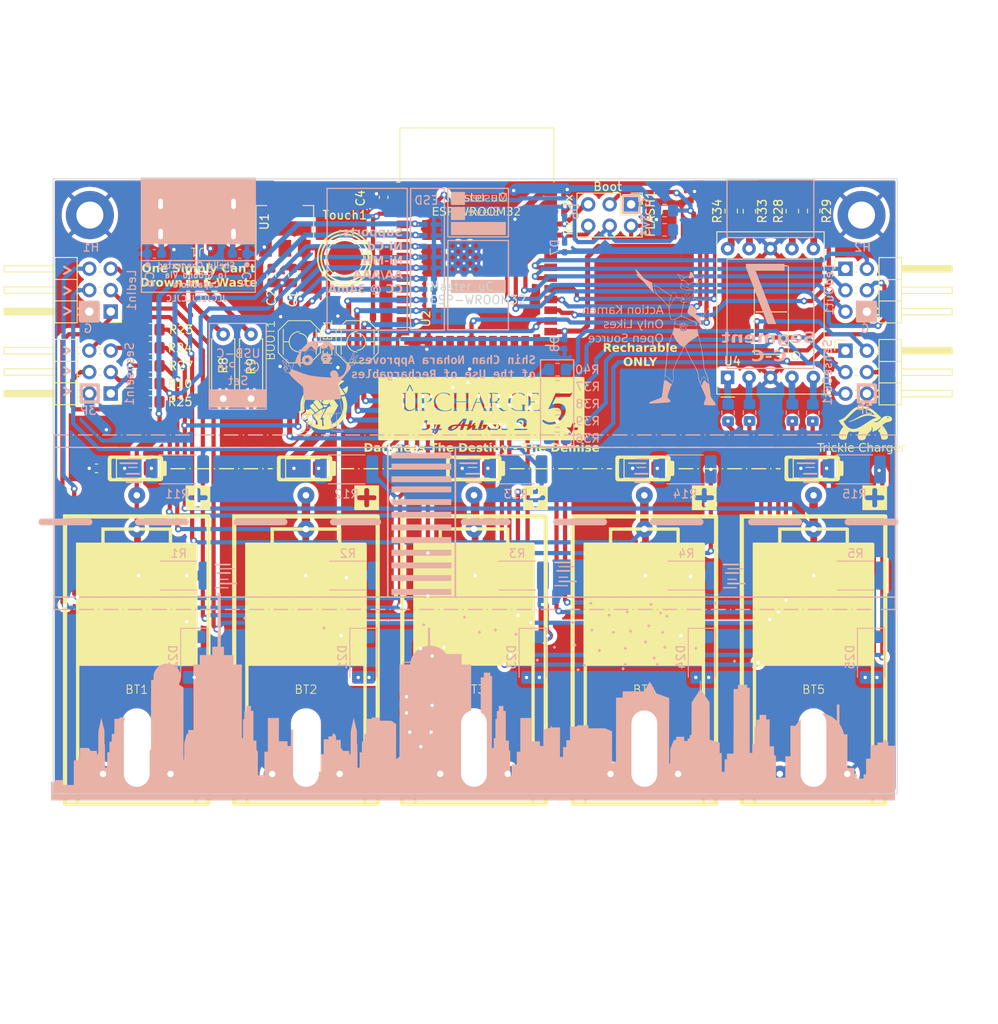
<source format=kicad_pcb>
(kicad_pcb (version 20221018) (generator pcbnew)
  (layers (0 "F.Cu" signal) (31 "B.Cu" signal) (34 "B.Paste" user) (35 "F.Paste" user) (36 "B.SilkS" user "B.Silkscreen") (37 "F.SilkS" user "F.Silkscreen") (38 "B.Mask" user) (39 "F.Mask" user) (44 "Edge.Cuts" user))
  (net 0 "")
  (net 1 "A0")
  (net 2 "GND")
  (net 3 "A1")
  (net 4 "A2")
  (net 5 "A3")
  (net 6 "A4")
  (net 7 "L0")
  (net 8 "L1")
  (net 9 "L2")
  (net 10 "L3")
  (net 11 "L4")
  (net 12 "L5")
  (net 13 "L6")
  (net 14 "L7")
  (net 15 "L8")
  (net 16 "L9")
  (net 17 "+5V")
  (net 18 "Net-(J1-CC1)")
  (net 19 "Net-(J1-CC2)")
  (net 20 "Net-(J1-SHIELD)")
  (net 21 "Tx")
  (net 22 "Rx")
  (net 23 "RST")
  (net 24 "+3V3")
  (net 25 "BOOT")
  (net 27 "+3.3VP")
  (net 28 "A5")
  (net 29 "A6")
  (net 30 "A7")
  (net 31 "A8")
  (net 32 "A9")
  (net 33 "Sa")
  (net 34 "Net-(U4-A)")
  (net 35 "Sb")
  (net 36 "Net-(U4-B)")
  (net 37 "Sc")
  (net 38 "Net-(U4-C)")
  (net 39 "Sd")
  (net 40 "Net-(U4-D)")
  (net 41 "Se")
  (net 42 "Net-(U4-E)")
  (net 43 "Sf")
  (net 44 "Net-(U4-F)")
  (net 45 "Sg")
  (net 46 "Net-(U4-G)")
  (net 47 "Sx")
  (net 48 "Net-(U4-DP)")
  (net 49 "Touch")
  (net 50 "Net-(SesnseIn1-Pin_6)")
  (net 51 "Net-(SesnseIn1-Pin_4)")
  (net 52 "Net-(SesnseIn1-Pin_5)")
  (net 53 "Net-(SenseOut1-Pin_1)")
  (net 54 "Net-(SenseOut1-Pin_2)")
  (net 55 "Net-(SenseOut1-Pin_3)")
  (net 56 "Net-(SenseOut1-Pin_4)")
  (net 57 "Net-(SenseOut1-Pin_5)")
  (net 58 "Net-(D21-K)")
  (net 59 "Net-(D22-K)")
  (net 60 "Net-(D23-K)")
  (net 61 "Net-(D24-K)")
  (net 62 "Net-(D25-K)")
  (net 63 "Net-(SesnseIn1-Pin_3)")
  (net 64 "Net-(SesnseIn1-Pin_1)")
  (net 65 "Net-(D1-A)")
  (net 66 "Net-(D2-A)")
  (net 67 "Net-(D3-A)")
  (net 68 "Net-(D4-A)")
  (net 69 "Net-(D5-A)")
  (footprint "Resistor_SMD:R_0805_2012Metric_Pad1.20x1.40mm_HandSolder" (layer "F.Cu") (at 27.65 44.323 180)
    (fp_text reference "R10")
    (fp_text value "10k")
  )
  (footprint "MountingHole:MountingHole_3.2mm_M3_ISO7380_Pad_TopBottom" (layer "F.Cu") (at 111.835 24.365)
    (fp_text reference "H2")
    (fp_text value "MountingHole_Pad")
  )
  (footprint "Capacitor_SMD:C_0603_1608Metric_Pad1.08x0.95mm_HandSolder" (layer "F.Cu") (at 55.2 22.2625 90)
    (fp_text reference "C4")
    (fp_text value "C")
  )
  (footprint "Resistor_SMD:R_0805_2012Metric_Pad1.20x1.40mm_HandSolder" (layer "F.Cu") (at 106.172 23.879 -90)
    (fp_text reference "R29")
    (fp_text value "1k")
  )
  (footprint "TestPoint:TestPoint_Pad_D4.0mm" (layer "F.Cu") (at 50.6 29.445)
    (fp_text reference "Touch1")
    (fp_text value "TestPoint")
  )
  (footprint "LOGO" (layer "F.Cu") (at 33.2 57.8)
    (fp_text reference "G***" hide)
    (fp_text value "LOGO" hide)
  )
  (footprint "LOGO" (layer "F.Cu") (at 66.8 47.4)
    (fp_text reference "G***" hide)
    (fp_text value "LOGO" hide)
  )
  (footprint "Resistor_SMD:R_0805_2012Metric_Pad1.20x1.40mm_HandSolder" (layer "F.Cu") (at 27.65 46.482 180)
    (fp_text reference "R25")
    (fp_text value "10k")
  )
  (footprint "CustomLibrary:AA-CellHolder_HALF" (layer "F.Cu") (at 46 87.55)
    (fp_text reference "BT2")
    (fp_text value "AA")
  )
  (footprint "LOGO" (layer "F.Cu") (at 66.1025 54.37)
    (fp_text reference "G***" hide)
    (fp_text value "LOGO" hide)
  )
  (footprint "Capacitor_SMD:C_0603_1608Metric_Pad1.08x0.95mm_HandSolder" (layer "F.Cu") (at 21.1825 54.356 180)
    (fp_text reference "C5" hide)
    (fp_text value "C")
  )
  (footprint "CustomLibrary:AA-CellHolder_HALF" (layer "F.Cu") (at 86.1 87.55)
    (fp_text reference "BT4")
    (fp_text value "AA")
  )
  (footprint "LOGO" (layer "F.Cu") (at 112.405 48.876)
    (fp_text reference "G***" hide)
    (fp_text value "LOGO" hide)
  )
  (footprint "LED_SMD:LED_1206_3216Metric_Pad1.42x1.75mm_HandSolder" (layer "F.Cu") (at 26.0025 54.37)
    (fp_text reference "D1" hide)
    (fp_text value "LED")
  )
  (footprint "Resistor_SMD:R_0805_2012Metric_Pad1.20x1.40mm_HandSolder" (layer "F.Cu") (at 27.65 40.09 180)
    (fp_text reference "R24")
    (fp_text value "10k")
  )
  (footprint "Resistor_SMD:R_0805_2012Metric_Pad1.20x1.40mm_HandSolder" (layer "F.Cu") (at 27.65 37.936 180)
    (fp_text reference "R23")
    (fp_text value "10k")
  )
  (footprint "Capacitor_SMD:C_0603_1608Metric_Pad1.08x0.95mm_HandSolder" (layer "F.Cu") (at 41.91 31.5225 -90)
    (fp_text reference "C2")
    (fp_text value "C")
  )
  (footprint "Connector_PinHeader_2.54mm:PinHeader_2x03_P2.54mm_Horizontal" (layer "F.Cu") (at 109.93 40.43)
    (fp_text reference "SenseOut1")
    (fp_text value "Conn_01x06_Pin")
  )
  (footprint "LED_SMD:LED_1206_3216Metric_Pad1.42x1.75mm_HandSolder" (layer "F.Cu") (at 106.2025 54.37)
    (fp_text reference "D5" hide)
    (fp_text value "LED")
  )
  (footprint "LOGO" (layer "F.Cu") (at 93.2 57.8)
    (fp_text reference "G***" hide)
    (fp_text value "LOGO" hide)
  )
  (footprint "CustomLibrary:SwitchCustom" (layer "F.Cu") (at 52.07 39.37 90)
    (fp_text reference "RESET1")
    (fp_text value "SW_Push")
  )
  (footprint "MountingHole:MountingHole_3.2mm_M3_ISO7380_Pad_TopBottom" (layer "F.Cu") (at 20.395 24.365)
    (fp_text reference "H1")
    (fp_text value "MountingHole_Pad")
  )
  (footprint "LOGO" (layer "F.Cu") (at 53.2 57.8)
    (fp_text reference "G***" hide)
    (fp_text value "LOGO" hide)
  )
  (footprint "Resistor_SMD:R_0805_2012Metric_Pad1.20x1.40mm_HandSolder" (layer "F.Cu") (at 27.65 42.23 180)
    (fp_text reference "R27")
    (fp_text value "10k")
  )
  (footprint "LED_SMD:LED_1206_3216Metric_Pad1.42x1.75mm_HandSolder" (layer "F.Cu") (at 46.0525 54.37)
    (fp_text reference "D2" hide)
    (fp_text value "LED")
  )
  (footprint "Package_TO_SOT_SMD:SOT-223-3_TabPin2" (layer "F.Cu") (at 43.5 25.1475 90)
    (fp_text reference "U1")
    (fp_text value "AMS1117-3.3")
  )
  (footprint "LED_SMD:LED_1206_3216Metric_Pad1.42x1.75mm_HandSolder" (layer "F.Cu") (at 86.1525 54.37)
    (fp_text reference "D4" hide)
    (fp_text value "LED")
  )
  (footprint "LOGO" (layer "F.Cu") (at 26.0025 54.37)
    (fp_text reference "G***" hide)
    (fp_text value "LOGO" hide)
  )
  (footprint "CustomLibrary:SwitchCustom" (layer "F.Cu") (at 45.212 39.37 90)
    (fp_text reference "BOOT1")
    (fp_text value "SW_Push")
  )
  (footprint "LOGO" (layer "F.Cu") (at 73.2 57.8)
    (fp_text reference "G***" hide)
    (fp_text value "LOGO" hide)
  )
  (footprint "Capacitor_SMD:C_0603_1608Metric_Pad1.08x0.95mm_HandSolder" (layer "F.Cu") (at 44.45 31.5225 -90)
    (fp_text reference "C1")
    (fp_text value "C")
  )
  (footprint "LED_SMD:LED_1206_3216Metric_Pad1.42x1.75mm_HandSolder" (layer "F.Cu") (at 66.1025 54.37)
    (fp_text reference "D3" hide)
    (fp_text value "LED")
  )
  (footprint "LOGO" (layer "F.Cu") (at 46.0525 54.37)
    (fp_text reference "G***" hide)
    (fp_text value "LOGO" hide)
  )
  (footprint "LOGO" (layer "F.Cu") (at 86.1525 54.37)
    (fp_text reference "G***" hide)
    (fp_text value "LOGO" hide)
  )
  (footprint "Resistor_THT:R_Axial_DIN0207_L6.3mm_D2.5mm_P7.62mm_Horizontal" (layer "F.Cu") (at 39.497 38.481 -90)
    (fp_text reference "R9")
    (fp_text value "R")
  )
  (footprint "Resistor_SMD:R_0805_2012Metric_Pad1.20x1.40mm_HandSolder" (layer "F.Cu") (at 96.393 23.879 -90)
    (fp_text reference "R34")
    (fp_text value "1k")
  )
  (footprint "Connector_PinHeader_2.54mm:PinHeader_2x03_P2.54mm_Horizontal" (layer "F.Cu") (at 22.87 35.795 180)
    (fp_text reference "LedIn1")
    (fp_text value "Conn_01x06_Pin")
  )
  (footprint "LOGO" (layer "F.Cu") (at 85.6 34)
    (fp_text reference "G***" hide)
    (fp_text value "LOGO" hide)
  )
  (footprint "LOGO" (layer "F.Cu") (at 106.2025 54.37)
    (fp_text reference "G***" hide)
    (fp_text value "LOGO" hide)
  )
  (footprint "CustomLibrary:AA-CellHolder_HALF" (layer "F.Cu") (at 106.15 87.55)
    (fp_text reference "BT5")
    (fp_text value "AA")
  )
  (footprint "Display_7Segment:D1X8K" (layer "F.Cu") (at 95.97 43.5775 90)
    (fp_text reference "U4")
    (fp_text value "D168K")
  )
  (footprint "Diode_SMD:D_0402_1005Metric_Pad0.77x0.64mm_HandSolder" (layer "F.Cu") (at 53.594 22.352 90)
    (fp_text reference "D10" hide)
    (fp_text value "ESD9B5.0ST5G")
  )
  (footprint "CustomLibrary:AA-CellHolder_HALF" (layer "F.Cu") (at 65.913 87.538)
    (fp_text reference "BT3")
    (fp_text value "AA")
  )
  (footprint "Resistor_SMD:R_0805_2012Metric_Pad1.20x1.40mm_HandSolder" (layer "F.Cu") (at 103.632 23.895 -90)
    (fp_text reference "R28")
    (fp_text value "1k")
  )
  (footprint "LOGO" (layer "F.Cu") (at 48.07 46.875)
    (fp_text reference "G***" hide)
    (fp_text value "LOGO" hide)
  )
  (footprint "LOGO" (layer "F.Cu") (at 85.6 46.4)
    (fp_text reference "G***" hide)
    (fp_text value "LOGO" hide)
  )
  (footprint "CustomLibrary:AA-CellHolder_HALF" (layer "F.Cu") (at 25.95 87.55)
    (fp_text reference "BT1")
    (fp_text value "AA")
  )
  (footprint "Resistor_THT:R_Axial_DIN0207_L6.3mm_D2.5mm_P7.62mm_Horizontal" (layer "F.Cu") (at 36.195 38.481 -90)
    (fp_text reference "R8")
    (fp_text value "R")
  )
  (footprint "RF_Module:ESP32-WROOM-32D" (layer "F.Cu") (at 66.25 29.91)
    (fp_text reference "U2")
    (fp_text value "ESP32-WROOM-32D")
  )
  (footprint "Connector_PinHeader_2.54mm:PinHeader_2x03_P2.54mm_Vertical" (layer "F.Cu") (at 84.53 23.095 -90)
    (fp_text reference "FLASH1")
    (fp_text value "Conn_01x06_Pin")
  )
  (footprint "LOGO" (layer "F.Cu") (at 113.4 57.8)
    (fp_text reference "G***" hide)
    (fp_text value "LOGO" hide)
  )
  (footprint "Resistor_SMD:R_0805_2012Metric_Pad1.20x1.40mm_HandSolder" (layer "F.Cu") (at 98.552 23.911 -90)
    (fp_text reference "R33")
    (fp_text value "1k")
  )
  (footprint "CustomLibrary:USB-C Receptacle Power Only THT" (layer "F.Cu") (at 33.095 26.3375 180)
    (fp_text reference "J1")
    (fp_text value "USB_C_Receptacle_PowerOnly_6P")
  )
  (footprint "Connector_PinHeader_2.54mm:PinHeader_2x03_P2.54mm_Horizontal" (layer "F.Cu") (at 109.93 30.73)
    (fp_text reference "LedOut1")
    (fp_text value "Conn_01x06_Pin")
  )
  (footprint "Connector_PinHeader_2.54mm:PinHeader_2x03_P2.54mm_Horizontal" (layer "F.Cu") (at 22.87 45.495 180)
    (fp_text reference "SesnseIn1")
    (fp_text value "Conn_01x06_Pin")
  )
  (footprint "Resistor_SMD:R_0805_2012Metric_Pad1.20x1.40mm_HandSolder" (layer "B.Cu") (at 88.4936 26.1112 180)
    (fp_text reference "R6" hide)
    (fp_text value "10k")
  )
  (footprint "Diode_SMD:D_0402_1005Metric_Pad0.77x0.64mm_HandSolder" (layer "B.Cu") (at 52.6405 24.511 180)
    (fp_text reference "D9" hide)
    (fp_text value "ESD9B5.0ST5G")
  )
  (footprint "Resistor_SMD:R_0805_2012Metric_Pad1.20x1.40mm_HandSolder" (layer "B.Cu") (at 106.055 47.782 90)
    (fp_text reference "R35" hide)
    (fp_text value "1k")
  )
  (footprint "Diode_SMD:D_MELF" (layer "B.Cu") (at 32.766 76.708 -90)
    (fp_text reference "D22")
    (fp_text value "Diode")
  )
  (footprint "Resistor_SMD:R_0805_2012Metric_Pad1.20x1.40mm_HandSolder" (layer "B.Cu") (at 75.803 42.672)
    (fp_text reference "R40")
    (fp_text value "10k")
  )
  (footprint "Resistor_SMD:R_0805_2012Metric_Pad1.20x1.40mm_HandSolder" (layer "B.Cu") (at 88.4936 23.8252 180)
    (fp_text reference "R7" hide)
    (fp_text value "10k")
  )
  (footprint "Diode_SMD:D_0402_1005Metric_Pad0.77x0.64mm_HandSolder" (layer "B.Cu") (at 60.5915 29.337)
    (fp_text reference "D13" hide)
    (fp_text value "ESD9B5.0ST5G")
  )
  (footprint "Resistor_SMD:R_0805_2012Metric_Pad1.20x1.40mm_HandSolder" (layer "B.Cu") (at 96.022 47.782 90)
    (fp_text reference "R32" hide)
    (fp_text value "1k")
  )
  (footprint "Diode_SMD:D_MELF" (layer "B.Cu") (at 52.816 76.708 -90)
    (fp_text reference "D21")
    (fp_text value "Diode")
  )
  (footprint "Resistor_SMD:R_2512_6332Metric_Pad1.40x3.35mm_HandSolder" (layer "B.Cu") (at 30.768 54.48 180)
    (fp_text reference "R11")
    (fp_text value "51R")
  )
  (footprint "Diode_SMD:D_0402_1005Metric_Pad0.77x0.64mm_HandSolder" (layer "B.Cu") (at 60.5915 33.147)
    (fp_text reference "D19" hide)
    (fp_text value "ESD9B5.0ST5G")
  )
  (footprint "Resistor_SMD:R_2512_6332Metric_Pad1.40x3.35mm_HandSolder" (layer "B.Cu") (at 71.025 67.056 180)
    (fp_text reference "R3")
    (fp_text value "81R")
  )
  (footprint "Resistor_SMD:R_2512_6332Metric_Pad1.40x3.35mm_HandSolder" (layer "B.Cu") (at 50.975 67.056 180)
    (fp_text reference "R2")
    (fp_text value "81R")
  )
  (footprint "Resistor_SMD:R_0805_2012Metric_Pad1.20x1.40mm_HandSolder" (layer "B.Cu") (at 98.562 47.75 90)
    (fp_text reference "R31" hide)
    (fp_text value "1k")
  )
  (footprint "Diode_SMD:D_MELF" (layer "B.Cu") (at 92.916 76.708 -90)
    (fp_text reference "D24")
    (fp_text value "Diode")
  )
  (footprint "Resistor_SMD:R_0805_2012Metric_Pad1.20x1.40mm_HandSolder" (layer "B.Cu") (at 75.835 44.704)
    (fp_text reference "R37")
    (fp_text value "10k")
  )
  (footprint "Diode_SMD:D_0402_1005Metric_Pad0.77x0.64mm_HandSolder" (layer "B.Cu") (at 60.5915 36.957)
    (fp_text reference "D20" hide)
    (fp_text value "ESD9B5.0ST5G")
  )
  (footprint "Resistor_SMD:R_2512_6332Metric_Pad1.40x3.35mm_HandSolder" (layer "B.Cu") (at 111.125 67.056 180)
    (fp_text reference "R5")
    (fp_text value "81R")
  )
  (footprint "Resistor_SMD:R_2512_6332Metric_Pad1.40x3.35mm_HandSolder" (layer "B.Cu") (at 90.918 54.48 180)
    (fp_text reference "R14")
    (fp_text value "51R")
  )
  (footprint "Capacitor_SMD:C_0603_1608Metric_Pad1.08x0.95mm_HandSolder" (layer "B.Cu") (at 60.88 86.4445 -90)
    (fp_text reference "C8")
    (fp_text value "C")
  )
  (footprint "Resistor_SMD:R_2512_6332Metric_Pad1.40x3.35mm_HandSolder" (layer "B.Cu") (at 70.868 54.48 180)
    (fp_text reference "R13")
    (fp_text value "51R")
  )
  (footprint "LOGO" (layer "B.Cu") (at 47.762 44.431 180)
    (fp_text reference "G***" hide)
    (fp_text value "LOGO" hide)
  )
  (footprint "Diode_SMD:D_0402_1005Metric_Pad0.77x0.64mm_HandSolder" (layer "B.Cu") (at 60.5915 26.797)
    (fp_text reference "D12" hide)
    (fp_text value "ESD9B5.0ST5G")
  )
  (footprint "Diode_SMD:D_MELF" (layer "B.Cu") (at 112.966 76.708 -90)
    (fp_text reference "D25")
    (fp_text value "Diode")
  )
  (footprint "Package_TO_SOT_SMD:SOT-223-3_TabPin2" (layer "B.Cu") (at 60.96 79.223 90)
    (fp_text reference "U3")
    (fp_text value "AMS1117-3.3")
  )
  (footprint "Diode_SMD:D_0402_1005Metric_Pad0.77x0.64mm_HandSolder" (layer "B.Cu") (at 60.5915 31.877)
    (fp_text reference "D15" hide)
    (fp_text value "ESD9B5.0ST5G")
  )
  (footprint "Resistor_SMD:R_0805_2012Metric_Pad1.20x1.40mm_HandSolder" (layer "B.Cu") (at 75.835 46.736)
    (fp_text reference "R38")
    (fp_text value "10k")
  )
  (footprint "Resistor_SMD:R_0805_2012Metric_Pad1.20x1.40mm_HandSolder" (layer "B.Cu") (at 75.819 48.768)
    (fp_text reference "R39")
    (fp_text value "10k")
  )
  (footprint "Resistor_SMD:R_0805_2012Metric_Pad1.20x1.40mm_HandSolder" (layer "B.Cu") (at 103.642 47.766 90)
    (fp_text reference "R30" hide)
    (fp_text value "1k")
  )
  (footprint "Diode_SMD:D_0402_1005Metric_Pad0.77x0.64mm_HandSolder" (layer "B.Cu") (at 60.5915 34.417)
    (fp_text reference "D18" hide)
    (fp_text value "ESD9B5.0ST5G")
  )
  (footprint "Resistor_SMD:R_2512_6332Metric_Pad1.40x3.35mm_HandSolder" (layer "B.Cu") (at 50.818 54.48 180)
    (fp_text reference "R12")
    (fp_text value "51R")
  )
  (footprint "Resistor_SMD:R_2512_6332Metric_Pad1.40x3.35mm_HandSolder" (layer "B.Cu") (at 110.968 54.48 180)
    (fp_text reference "R15")
    (fp_text value "51R")
  )
  (footprint "Diode_SMD:D_0402_1005Metric_Pad0.77x0.64mm_HandSolder" (layer "B.Cu") (at 76.656 23.9405 90)
    (fp_text reference "D6")
    (fp_text value "ESD9B5.0ST5G")
  )
  (footprint "LOGO" (layer "B.Cu") (at 65.8 81.06875 180)
    (fp_text reference "G***" hide)
    (fp_text value "LOGO" hide)
  )
  (footprint "Diode_SMD:D_MELF" (layer "B.Cu") (at 72.866 76.708 -90)
    (fp_text reference "D23")
    (fp_text value "Diode")
  )
  (footprint "Capacitor_SMD:C_0603_1608Metric_Pad1.08x0.95mm_HandSolder" (layer "B.Cu") (at 38.1485 28.956)
    (fp_text reference "C3")
    (fp_text value "C")
  )
  (footprint "Resistor_SMD:R_2512_6332Metric_Pad1.40x3.35mm_HandSolder" (layer "B.Cu") (at 30.925 67.056 180)
    (fp_text reference "R1")
    (fp_text value "81R")
  )
  (footprint "Diode_SMD:D_0402_1005Metric_Pad0.77x0.64mm_HandSolder" (layer "B.Cu") (at 60.5915 35.687)
    (fp_text reference "D17" hide)
    (fp_text value "ESD9B5.0ST5G")
  )
  (footprint "LOGO" (layer "B.Cu") (at 89.8 38.8 180)
    (fp_text reference "G***" hide)
    (fp_text value "LOGO" hide)
  )
  (footprint "Diode_SMD:D_0402_1005Metric_Pad0.77x0.64mm_HandSolder" (layer "B.Cu") (at 76.656 28.194 -90)
    (fp_text reference "D7")
    (fp_text value "ESD9B5.0ST5G")
  )
  (footprint "Diode_SMD:D_0402_1005Metric_Pad0.77x0.64mm_HandSolder" (layer "B.Cu") (at 76.656 39.624 -90)
    (fp_text reference "D8")
    (fp_text value "ESD9B5.0ST5G")
  )
  (footprint "Diode_SMD:D_0402_1005Metric_Pad0.77x0.64mm_HandSolder" (layer "B.Cu") (at 60.5915 25.47)
    (fp_text reference "D11" hide)
    (fp_text value "ESD9B5.0ST5G")
  )
  (footprint "Resistor_SMD:R_0805_2012Metric_Pad1.20x1.40mm_HandSolder" (layer "B.Cu") (at 75.803 50.8)
    (fp_text reference "R36")
    (fp_text value "10k")
  )
  (footprint "Diode_SMD:D_0402_1005Metric_Pad0.77x0.64mm_HandSolder" (layer "B.Cu") (at 60.5915 30.607)
    (fp_text reference "D16" hide)
    (fp_text value "ESD9B5.0ST5G")
  )
  (footprint "Capacitor_SMD:C_0603_1608Metric_Pad1.08x0.95mm_HandSolder" (layer "B.Cu") (at 58.37 86.4445 -90)
    (fp_text reference "C7")
    (fp_text value "C")
  )
  (footprint "Resistor_SMD:R_2512_6332Metric_Pad1.40x3.35mm_HandSolder" (layer "B.Cu") (at 91.075 67.056 180)
    (fp_text reference "R4")
    (fp_text value "81R")
  )
  (footprint "Capacitor_SMD:C_0603_1608Metric_Pad1.08x0.95mm_HandSolder" (layer "B.Cu") (at 28.0415 28.956 180)
    (fp_text reference "C6")
    (fp_text value "C")
  )
  (footprint "Diode_SMD:D_0402_1005Metric_Pad0.77x0.64mm_HandSolder" (layer "B.Cu") (at 60.5915 28.067)
    (fp_text reference "D14" hide)
    (fp_text value "ESD9B5.0ST5G")
  )
  (gr_line (start 106.5 55) (end 105 55) (stroke (width 0.2)) (layer "B.SilkS"))
  (gr_line (start 54.5 60.706) (end 49.25 60.706) (stroke (width 0.8)) (layer "B.SilkS"))
  (gr_rect (start 63.256 23.476) (end 64.78 24.873) (stroke (width 0.15)) (fill solid) (layer "B.SilkS"))
  (gr_line (start 77.861 75.419) (end 77.861 75.165) (stroke (width 0.15)) (layer "B.SilkS"))
  (gr_line (start 26 54.25) (end 25 54.25) (stroke (width 0.15)) (layer "B.SilkS"))
  (gr_line (start 86.25 53.75) (end 84.25 53.75) (stroke (width 0.2)) (layer "B.SilkS"))
  (gr_line (start 82.56 73.768) (end 82.306 73.768) (stroke (width 0.15)) (layer "B.SilkS"))
  (gr_line (start 78.369 78.213) (end 78.115 78.213) (stroke (width 0.15)) (layer "B.SilkS"))
  (gr_line (start 66.75 53.25) (end 65.25 53.25) (stroke (width 0.15)) (layer "B.SilkS"))
  (gr_rect (start 62.812 21.2) (end 69.987 26.951) (stroke (width 0.15)) (fill none) (layer "B.SilkS"))
  (gr_line (start 55.89 72.371) (end 55.636 72.371) (stroke (width 0.15)) (layer "B.SilkS"))
  (gr_line (start 83.83 77.705) (end 83.83 77.451) (stroke (width 0.15)) (layer "B.SilkS"))
  (gr_line (start 66.75 56) (end 65 56) (stroke (width 0.2)) (layer "B.SilkS"))
  (gr_rect (start 26.5 29.75) (end 40 33.5) (stroke (width 0.15)) (fill none) (layer "B.SilkS"))
  (gr_line (start 70.876 74.149) (end 70.876 73.895) (stroke (width 0.15)) (layer "B.SilkS"))
  (gr_line (start 66.25 55.5) (end 64.5 55.5) (stroke (width 0.15)) (layer "B.SilkS"))
  (gr_line (start 26 53.75) (end 24 53.75) (stroke (width 0.2)) (layer "B.SilkS"))
  (gr_line (start 86.878 70.593) (end 86.878 70.339) (stroke (width 0.15)) (layer "B.SilkS"))
  (gr_line (start 96 68) (end 98 68) (stroke (width 0.2)) (layer "B.SilkS"))
  (gr_line (start 95.5 65.75) (end 97.25 65.75) (stroke (width 0.2)) (layer "B.SilkS"))
  (gr_rect (start 56.134 65.5) (end 63.226 66.2034) (fill solid) (layer "B.SilkS"))
  (gr_line (start 84.465 73.768) (end 84.465 73.514) (stroke (width 0.15)) (layer "B.SilkS"))
  (gr_line (start 86.751 73.006) (end 86.497 73.006) (stroke (width 0.15)) (layer "B.SilkS"))
  (gr_line (start 86.37 74.911) (end 86.116 74.911) (stroke (width 0.15)) (layer "B.SilkS"))
  (gr_rect (start 73.797 41.51) (end 77.734 51.797) (stroke (width 0.15)) (fill none) (layer "B.SilkS"))
  (gr_line (start 81.28 60.706) (end 75.692 60.706) (stroke (width 0.8)) (layer "B.SilkS"))
  (gr_line (start 79.131 77.705) (end 78.877 77.705) (stroke (width 0.15)) (layer "B.SilkS"))
  (gr_line (start 76 66) (end 77.75 66) (stroke (width 0.15)) (layer "B.SilkS"))
  (gr_rect (start 26.5 27.75) (end 40 29.75) (stroke (width 0.15)) (fill none) (layer "B.SilkS"))
  (gr_line (start 86.75 56) (end 85 56) (stroke (width 0.2)) (layer "B.SilkS"))
  (gr_line (start 80.02 73.514) (end 79.766 73.514) (stroke (width 0.15)) (layer "B.SilkS"))
  (gr_line (start 26 55.5) (end 24.25 55.5) (stroke (width 0.15)) (layer "B.SilkS"))
  (gr_line (start 94.498 70.466) (end 94.498 70.212) (stroke (width 0.15)) (layer "B.SilkS"))
  (gr_line (start 106.25 53.75) (end 104.25 53.75) (stroke (width 0.2)) (layer "B.SilkS"))
  (gr_line (start 83.83 75.8) (end 83.83 75.546) (stroke (width 0.15)) (layer "B.SilkS"))
  (gr_rect (start 56.134 64) (end 63.226 64.7034) (fill solid) (layer "B.SilkS"))
  (gr_rect (start 95.895 20.174) (end 106.182 27.032) (stroke (width 0.15)) (fill none) (layer "B.SilkS"))
  (gr_circle (center 27.25 30.25) (end 27.5 30.25) (stroke (width 0.15)) (fill solid) (layer "B.SilkS"))
  (gr_line (start 84.211 71.355) (end 83.957 71.355) (stroke (width 0.15)) (layer "B.SilkS"))
  (gr_line (start 73.543 77.07) (end 73.289 77.07) (stroke (width 0.15)) (layer "B.SilkS"))
  (gr_line (start 20.294 60.706) (end 14.706 60.706) (stroke (width 0.8)) (layer "B.SilkS"))
  (gr_line (start 83.703 78.086) (end 83.449 78.086) (stroke (width 0.15)) (layer "B.SilkS"))
  (gr_line (start 79.893 70.339) (end 79.639 70.339) (stroke (width 0.15)) (layer "B.SilkS"))
  (gr_line (start 80.909 75.927) (end 80.655 75.927) (stroke (width 0.15)) (layer "B.SilkS"))
  (gr_rect (start 56.134 59.5) (end 63.226 60.2034) (fill solid) (layer "B.SilkS"))
  (gr_line (start 35.75 68) (end 37.75 68) (stroke (width 0.2)) (layer "B.SilkS"))
  (gr_line (start 83.957 75.673) (end 83.703 75.673) (stroke (width 0.15)) (layer "B.SilkS"))
  (gr_line (start 115.824 60.706) (end 110.236 60.706) (stroke (width 0.8)) (layer "B.SilkS"))
  (gr_rect (start 16.15 69.6) (end 115.85 71.0694) (stroke (width 0.15) (type dash_dot)) (fill none) (layer "B.SilkS"))
  (gr_line (start 71.003 74.022) (end 70.749 74.022) (stroke (width 0.15)) (layer "B.SilkS"))
  (gr_rect (start 16.15 51.8746) (end 115.85 69.6) (stroke (width 0.15)) (fill none) (layer "B.SilkS"))
  (gr_line (start 96 66.25) (end 97.75 66.25) (stroke (width 0.15)) (layer "B.SilkS"))
  (gr_line (start 68.463 73.641) (end 68.463 73.387) (stroke (width 0.15)) (layer "B.SilkS"))
  (gr_rect (start 56.134 55.2966) (end 63.226 56) (fill solid) (layer "B.SilkS"))
  (gr_line (start 88.021 71.609) (end 88.021 71.355) (stroke (width 0.15)) (layer "B.SilkS"))
  (gr_line (start 95.5 68.5) (end 97 68.5) (stroke (width 0.15)) (layer "B.SilkS"))
  (gr_line (start 106.25 55.5) (end 104.5 55.5) (stroke (width 0.15)) (layer "B.SilkS"))
  (gr_rect (start 56.134 68.6483) (end 63.226 69.3517) (fill solid) (layer "B.SilkS"))
  (gr_rect (start 56.134 53.7966) (end 63.226 54.5) (fill solid) (layer "B.SilkS"))
  (gr_rect (start 56.134 62.5) (end 63.226 63.2034) (fill solid) (layer "B.SilkS"))
  (gr_line (start 88.656 75.546) (end 88.402 75.546) (stroke (width 0.15)) (layer "B.SilkS"))
  (gr_line (start 94.625 70.339) (end 94.371 70.339) (stroke (width 0.15)) (layer "B.SilkS"))
  (gr_line (start 38.872 72.117) (end 38.618 72.117) (stroke (width 0.15)) (layer "B.SilkS"))
  (gr_rect (start 16.15 50.4052) (end 115.85 51.8746) (stroke (width 0.15) (type dash_dot)) (fill none) (layer "B.SilkS"))
  (gr_rect (start 34.554 45.066) (end 41.285 47.098) (stroke (width 0.15)) (fill solid) (layer "B.SilkS"))
  (gr_rect (start 56.134 56.5) (end 63.226 57.2034) (fill solid) (layer "B.SilkS"))
  (gr_rect (start 19.37 44.495) (end 21.37 46.495) (stroke (width 0.4)) (fill none) (layer "B.SilkS"))
  (gr_rect (start 56.134 61) (end 63.226 61.7034) (fill solid) (layer "B.SilkS"))
  (gr_line (start 106.75 56) (end 105 56) (stroke (width 0.2)) (layer "B.SilkS"))
  (gr_line (start 75.5 65.5) (end 77.25 65.5) (stroke (width 0.2)) (layer "B.SilkS"))
  (gr_line (start 92.339 75.673) (end 92.085 75.673) (stroke (width 0.15)) (layer "B.SilkS"))
  (gr_line (start 88.402 73.768) (end 88.148 73.768) (stroke (width 0.15)) (layer "B.SilkS"))
  (gr_line (start 82.433 73.895) (end 82.433 73.641) (stroke (width 0.15)) (layer "B.SilkS"))
  (gr_line (start 75.448 75.673) (end 75.448 75.419) (stroke (width 0.15)) (layer "B.SilkS"))
  (gr_line (start 88.91 71.863) (end 88.656 71.863) (stroke (width 0.15)) (layer "B.SilkS"))
  (gr_line (start 81.925 71.863) (end 81.925 71.609) (stroke (width 0.15)) (layer "B.SilkS"))
  (gr_line (start 76 67.25) (end 77 67.25) (stroke (width 0.15)) (layer "B.SilkS"))
  (gr_line (start 35.75 66.25) (end 37.5 66.25) (stroke (width 0.15)) (layer "B.SilkS"))
  (gr_line (start 106.75 53.25) (end 105.25 53.25) (stroke (width 0.15)) (layer "B.SilkS"))
  (gr_line (start 106.25 54.25) (end 105.25 54.25) (stroke (width 0.15)) (layer "B.SilkS"))
  (gr_line (start 73.416 77.197) (end 73.416 76.943) (stroke (width 0.15)) (layer "B.SilkS"))
  (gr_line (start 77.607 72.752) (end 77.607 72.498) (stroke (width 0.15)) (layer "B.SilkS"))
  (gr_line (start 68.59 73.514) (end 68.336 73.514) (stroke (width 0.15)) (layer "B.SilkS"))
  (gr_line (start 87.005 70.466) (end 86.751 70.466) (stroke (width 0.15)) (layer "B.SilkS"))
  (gr_line (start 60.081 72.879) (end 59.827 72.879) (stroke (width 0.15)) (layer "B.SilkS"))
  (gr_line (start 43.408 60.706) (end 37.82 60.706) (stroke (width 0.8)) (layer "B.SilkS"))
  (gr_line (start 64.907 71.99) (end 64.653 71.99) (stroke (width 0.15)) (layer "B.SilkS"))
  (gr_line (start 75.5 68.25) (end 77 68.25) (stroke (width 0.15)) (layer "B.SilkS"))
  (gr_line (start 86.5 55) (end 85 55) (stroke (width 0.2)) (layer "B.SilkS"))
  (gr_rect (start 95.895 29.572) (end 106.182 42.526) (stroke (width 0.15)) (fill none) (layer "B.SilkS"))
  (gr_rect (start 58.4 21.2) (end 62.4 38) (stroke (width 0.15)) (fill none) (layer "B.SilkS"))
  (gr_line (start 79.004 77.832) (end 79.004 77.578) (stroke (width 0.15)) (layer "B.SilkS"))
  (gr_line (start 96.784 77.324) (end 96.784 77.07) (stroke (width 0.15)) (layer "B.SilkS"))
  (gr_line (start 59.954 73.006) (end 59.954 72.752) (stroke (width 0.15)) (layer "B.SilkS"))
  (gr_line (start 35.5 66.75) (end 37 66.75) (stroke (width 0.2)) (layer "B.SilkS"))
  (gr_line (start 38.745 72.244) (end 38.745 71.99) (stroke (width 0.15)) (layer "B.SilkS"))
  (gr_rect (start 62.812 27.377) (end 69.987 37.954) (stroke (width 0.15)) (fill none) (layer "B.SilkS"))
  (gr_line (start 88.148 71.482) (end 87.894 71.482) (stroke (width 0.15)) (layer "B.SilkS"))
  (gr_line (start 86.624 73.133) (end 86.624 72.879) (stroke (width 0.15)) (layer "B.SilkS"))
  (gr_line (start 63.7 51.9) (end 63.7 69.6) (stroke (width 0.2)) (layer "B.SilkS"))
  (gr_line (start 66.5 55) (end 65 55) (stroke (width 0.2)) (layer "B.SilkS"))
  (gr_line (start 26.25 55) (end 24.75 55) (stroke (width 0.2)) (layer "B.SilkS"))
  (gr_line (start 104.394 60.706) (end 98.806 60.706) (stroke (width 0.8)) (layer "B.SilkS"))
  (gr_rect (start 111.37 34.695) (end 113.47 36.895) (stroke (width 0.4)) (fill solid) (layer "B.SilkS"))
  (gr_line (start 96 67.5) (end 97 67.5) (stroke (width 0.15)) (layer "B.SilkS"))
  (gr_rect (start 63.256 21.698) (end 64.78 23.095) (stroke (width 0.15)) (fill solid) (layer "B.SilkS"))
  (gr_line (start 75.75 66.5) (end 77.25 66.5) (stroke (width 0.2)) (layer "B.SilkS"))
  (gr_line (start 86.25 55.5) (end 84.5 55.5) (stroke (width 0.15)) (layer "B.SilkS"))
  (gr_line (start 84.084 71.482) (end 84.084 71.228) (stroke (width 0.15)) (layer "B.SilkS"))
  (gr_rect (start 26.5 20) (end 40 27.75) (stroke (width 0.15)) (fill solid) (layer "B.SilkS"))
  (gr_line (start 48.143 73.387) (end 48.143 73.133) (stroke (width 0.15)) (layer "B.SilkS"))
  (gr_line (start 95.75 66.75) (end 97.25 66.75) (stroke (width 0.2)) (layer "B.SilkS"))
  (gr_rect (start 56.134 67) (end 63.226 67.7034) (fill solid) (layer "B.SilkS"))
  (gr_rect (start 83.514 22.079) (end 85.546 24.111) (stroke (width 0.2)) (fill none) (layer "B.SilkS"))
  (gr_line (start 92.71 60.706) (end 87.122 60.706) (stroke (width 0.8)) (layer "B.SilkS"))
  (gr_line (start 69.85 60.706) (end 64.75 60.706) (stroke (width 0.8)) (layer "B.SilkS"))
  (gr_line (start 96.911 77.197) (end 96.657 77.197) (stroke (width 0.15)) (layer "B.SilkS"))
  (gr_line (start 88.275 73.895) (end 88.275 73.641) (stroke (width 0.15)) (layer "B.SilkS"))
  (gr_line (start 75.575 75.546) (end 75.321 75.546) (stroke (width 0.15)) (layer "B.SilkS"))
  (gr_rect (start 63.256 32.112) (end 69.606 33.509) (stroke (width 0.15)) (fill solid) (layer "B.SilkS"))
  (gr_line (start 66.558 73.895) (end 66.558 73.641) (stroke (width 0.15)) (layer "B.SilkS"))
  (gr_line (start 86.243 75.038) (end 86.243 74.784) (stroke (width 0.15)) (layer "B.SilkS"))
  (gr_line (start 55.7 51.85) (end 55.7 69.55) (stroke (width 0.2)) (layer "B.SilkS"))
  (gr_line (start 83.576 78.213) (end 83.576 77.959) (stroke (width 0.15)) (layer "B.SilkS"))
  (gr_line (start 48.27 73.26) (end 48.016 73.26) (stroke (width 0.15)) (layer "B.SilkS"))
  (gr_line (start 84.592 73.641) (end 84.338 73.641) (stroke (width 0.15)) (layer "B.SilkS"))
  (gr_rect (start 34.554 37.192) (end 41.285 47.352) (stroke (width 0.15)) (fill none) (layer "B.SilkS"))
  (gr_circle (center 39 30.25) (end 39.25 30.25) (stroke (width 0.15)) (fill solid) (layer "B.SilkS"))
  (gr_line (start 92.212 75.8) (end 92.212 75.546) (stroke (width 0.15)) (layer "B.SilkS"))
  (gr_line (start 88.783 71.99) (end 88.783 71.736) (stroke (width 0.15)) (layer "B.SilkS"))
  (gr_line (start 88.529 75.673) (end 88.529 75.419) (stroke (width 0.15)) (layer "B.SilkS"))
  (gr_line (start 86.25 54.25) (end 85.25 54.25) (stroke (width 0.15)) (layer "B.SilkS"))
  (gr_line (start 26.5 56) (end 24.75 56) (stroke (width 0.2)) (layer "B.SilkS"))
  (gr_line (start 66.25 54.25) (end 65.25 54.25) (stroke (width 0.15)) (layer "B.SilkS"))
  (gr_line (start 82.052 71.736) (end 81.798 71.736) (stroke (width 0.15)) (layer "B.SilkS"))
  (gr_line (start 66.25 53.75) (end 64.25 53.75) (stroke (width 0.2)) (layer "B.SilkS"))
  (gr_line (start 55.763 72.498) (end 55.763 72.244) (stroke (width 0.15)) (layer "B.SilkS"))
  (gr_line (start 35.75 67.5) (end 36.75 67.5) (stroke (width 0.15)) (layer "B.SilkS"))
  (gr_rect (start 63.256 25.254) (end 69.606 26.651) (stroke (width 0.15)) (fill solid) (layer "B.SilkS"))
  (gr_line (start 35.25 65.75) (end 37 65.75) (stroke (width 0.2)) (layer "B.SilkS"))
  (gr_rect (start 48.5 21.2) (end 58 38) (stroke (width 0.15)) (fill none) (layer "B.SilkS"))
  (gr_line (start 77.734 72.625) (end 77.48 72.625) (stroke (width 0.15)) (layer "B.SilkS"))
  (gr_line (start 86.75 53.25) (end 85.25 53.25) (stroke (width 0.15)) (layer "B.SilkS"))
  (gr_line (start 87.767 77.578) (end 87.513 77.578) (stroke (width 0.15)) (layer "B.SilkS"))
  (gr_line (start 77.988 75.292) (end 77.734 75.292) (stroke (width 0.15)) (layer "B.SilkS"))
  (gr_line (start 26.5 53.25) (end 25 53.25) (stroke (width 0.15)) (layer "B.SilkS"))
  (gr_line (start 66.685 73.768) (end 66.431 73.768) (stroke (width 0.15)) (layer "B.SilkS"))
  (gr_line (start 79.766 70.466) (end 79.766 70.212) (stroke (width 0.15)) (layer "B.SilkS"))
  (gr_line (start 31.724 60.706) (end 26.136 60.706) (stroke (width 0.8)) (layer "B.SilkS"))
  (gr_line (start 80.782 76.054) (end 80.782 75.8) (stroke (width 0.15)) (layer "B.SilkS"))
  (gr_rect (start 111.47 44.495) (end 113.47 46.495) (stroke (width 0.4)) (fill none) (layer "B.SilkS"))
  (gr_line (start 87.259 76.943) (end 87.259 76.689) (stroke (width 0.15)) (layer "B.SilkS"))
  (gr_rect (start 19.27 34.695) (end 21.37 36.895) (stroke (width 0.4)) (fill solid) (layer "B.SilkS"))
  (gr_line (start 76 67.75) (end 78 67.75) (stroke (width 0.2)) (layer "B.SilkS"))
  (gr_line (start 87.64 77.705) (end 87.64 77.451) (stroke (width 0.15)) (layer "B.SilkS"))
  (gr_line (start 79.893 73.641) (end 79.893 73.387) (stroke (width 0.15)) (layer "B.SilkS"))
  (gr_line (start 78.242 78.34) (end 78.242 78.086) (stroke (width 0.15)) (layer "B.SilkS"))
  (gr_line (start 87.386 76.816) (end 87.132 76.816) (stroke (width 0.15)) (layer "B.SilkS"))
  (gr_line (start 64.78 72.117) (end 64.78 71.863) (stroke (width 0.15)) (layer "B.SilkS"))
  (gr_rect (start 56.134 58) (end 63.226 58.7034) (fill solid) (layer "B.SilkS"))
  (gr_rect (start 56.134 52.4803) (end 63.226 53.1837) (fill solid) (layer "B.SilkS"))
  (gr_line (start 83.957 77.578) (end 83.703 77.578) (stroke (width 0.15)) (layer "B.SilkS"))
  (gr_line (start 35.25 68.5) (end 36.75 68.5) (stroke (width 0.15)) (layer "B.SilkS"))
  (gr_circle (center 50.6 29.445) (end 53.8 29.445) (stroke (width 0.2)) (fill none) (layer "F.SilkS"))
  (gr_line (start 90.2 54.4) (end 102.2 54.4) (stroke (width 0.15) (type dash_dot)) (layer "F.SilkS"))
  (gr_line (start 70.2 54.4) (end 82.2 54.4) (stroke (width 0.15) (type dash_dot)) (layer "F.SilkS"))
  (gr_line (start 50 54.4) (end 62 54.4) (stroke (width 0.15) (type dash_dot)) (layer "F.SilkS"))
  (gr_rect (start 83.514 22.079) (end 85.546 24.111) (stroke (width 0.2)) (fill none) (layer "F.SilkS"))
  (gr_line (start 30 54.4) (end 42 54.4) (stroke (width 0.15) (type dash_dot)) (layer "F.SilkS"))
  (gr_circle (center 50.6 29.445) (end 53.4 29.445) (stroke (width 0.2)) (fill none) (layer "F.SilkS"))
  (gr_rect (start 16.05 20.08) (end 116.05 92.88) (stroke (width 0.1)) (fill none) (layer "Edge.Cuts"))
  (gr_text "ESD" (at 61.8 23.2) (layer "B.SilkS") (effects (font (size 1 1)) (justify left bottom mirror)))
  (gr_text "Supports:\nNi-Cd\nNi-MH\nAA/AAA\nCC @ 34mA" (at 57.5 33.75) (layer "B.SilkS") (effects (font (size 1 1)) (justify left bottom mirror)))
  (gr_text "Action Kamen\nOnly Likes\nOpen Source" (at 88.4 39.6) (layer "B.SilkS") (effects (font (size 1 1)) (justify left bottom mirror)))
  (gr_text "G" (at 20.77 38.395) (layer "B.SilkS") (effects (font (size 1 1)) (justify left bottom mirror)))
  (gr_text "Master\nSlave" (at 65.161 24.619) (layer "B.SilkS") (effects (font (size 1 1)) (justify right bottom mirror)))
  (gr_text "7" (at 103.515 38.462) (layer "B.SilkS") (effects (font (size 7 7) (thickness 0.3)) (justify left bottom mirror)))
  (gr_text "3P" (at 113.27 47.995) (layer "B.SilkS") (effects (font (size 1 1)) (justify left bottom mirror)))
  (gr_text "USB-C\nCC Pin\nSet" (at 37.983 44.558) (layer "B.SilkS") (effects (font (size 1 1)) (justify bottom mirror)))
  (gr_text "Segment\nC-C" (at 100.848 41.891) (layer "B.SilkS") (effects (font (size 1.3 1.6) (thickness 0.325) bold) (justify bottom mirror)))
  (gr_text "JLCJLCJLCJLC" (at 36.713 34.652) (layer "B.SilkS") (effects (font (size 0.7 0.7)) (justify left bottom mirror)))
  (gr_text "<\n<\n<" (at 18.5 46) (layer "B.SilkS") (effects (font (size 1.5 1) (thickness 0.25) bold) (justify left bottom mirror)))
  (gr_text "Shin Chan Nohara Approves\nof the Use of Rechargables" (at 73.226594 43.845754) (layer "B.SilkS") (effects (font (size 1 1) (thickness 0.2) bold) (justify left bottom mirror)))
  (gr_text "G 3V3\n" (at 86.243 24.619 90) (layer "B.SilkS") (effects (font (size 1 1)) (justify mirror)))
  (gr_text "Sheild Connected\nTo Ground Via\nCapacitors" (at 33 33) (layer "B.SilkS") (effects (font (size 0.7 0.7)) (justify bottom mirror)))
  (gr_text "G" (at 112.87 38.395) (layer "B.SilkS") (effects (font (size 1 1)) (justify left bottom mirror)))
  (gr_text "3P" (at 21.27 48.095) (layer "B.SilkS") (effects (font (size 1 1)) (justify left bottom mirror)))
  (gr_text "<\n<\n<" (at 18.5 36.5) (layer "B.SilkS") (effects (font (size 1.5 1) (thickness 0.25) bold) (justify left bottom mirror)))
  (gr_text "Recharable\nONLY" (at 85.6 42.4) (layer "F.SilkS") (effects (font (size 1 1) (thickness 0.25) bold) (justify bottom)))
  (gr_text "Boot" (at 79.958 21.571) (layer "F.SilkS") (effects (font (size 1 1)) (justify left bottom)))
  (gr_text "Darkness The Destiny - The Demise" (at 66.812 52.559) (layer "F.SilkS") (effects (font (size 1 1) (thickness 0.25) bold) (justify bottom)))
  (gr_text "One Simply Can't\nDrown in E-Waste" (at 33.284 33.001) (layer "F.SilkS") (effects (font (size 1 1) (thickness 0.25) bold) (justify bottom)))
  (gr_text "Trickle Charger" (at 106.563 52.559) (layer "F.SilkS") (effects (font (size 1 1)) (justify left bottom)))
  (gr_text "Rx  Tx" (at 77.672 26.905 90) (layer "F.SilkS") (effects (font (size 1 1)) (justify left bottom)))
  (gr_text "Master uC\nESP-WROOM32" (at 66.2 24.6) (layer "F.SilkS") (effects (font (size 1 1)) (justify bottom)))
  (gr_text "Master uC\nESP-WROOM32" (at 60.6 35) (layer "Edge.Cuts") (effects (font (size 1 1)) (justify left bottom)))
  (segment (start 26.162 67.056) (end 26.035 66.929) (width 0.8) (layer "F.Cu") (net 1))
  (segment (start 27.686 51.562) (end 28.65 50.598) (width 0.5) (layer "F.Cu") (net 1))
  (segment (start 28.575 47.879) (end 28.65 47.804) (width 0.5) (layer "F.Cu") (net 1))
  (segment (start 26.035 66.929) (end 26.035 61.635) (width 0.8) (layer "F.Cu") (net 1))
  (segment (start 28.65 47.804) (end 28.65 46.482) (width 0.5) (layer "F.Cu") (net 1))
  (segment (start 26.035 61.635) (end 25.95 61.55) (width 0.8) (layer "F.Cu") (net 1))
  (segment (start 28.65 47.954) (end 28.575 47.879) (width 0.5) (layer "F.Cu") (net 1))
  (segment (start 25.95 57.55) (end 25.95 52.028) (width 0.5) (layer "F.Cu") (net 1))
  (segment (start 25.95 57.55) (end 25.95 61.55) (width 0.5) (layer "F.Cu") (net 1))
  (segment (start 28.65 50.598) (end 28.65 47.954) (width 0.5) (layer "F.Cu") (net 1))
  (segment (start 26.416 51.562) (end 27.686 51.562) (width 0.5) (layer "F.Cu") (net 1))
  (segment (start 58.9 25.4) (end 57.57 25.4) (width 0.6) (layer "F.Cu") (net 1))
  (segment (start 25.95 52.028) (end 26.416 51.562) (width 0.5) (layer "F.Cu") (net 1))
  (via (at 26.162 67.056) (size 0.8) (drill 0.4) (layers "F.Cu" "B.Cu") (net 1))
  (via (at 58.9 25.4) (size 0.8) (drill 0.4) (layers "F.Cu" "B.Cu") (net 1))
  (via (at 28.575 47.879) (size 0.8) (drill 0.4) (layers "F.Cu" "B.Cu") (net 1))
  (segment (start 28.575 34.036) (end 28.575 47.879) (width 0.6) (layer "B.Cu") (net 1))
  (segment (start 60.019 25.47) (end 58.97 25.47) (width 0.6) (layer "B.Cu") (net 1))
  (segment (start 54.739793 25.4) (end 54.728793 25.411) (width 0.6) (layer "B.Cu") (net 1))
  (segment (start 54.728793 25.411) (end 45.074 25.411) (width 0.6) (layer "B.Cu") (net 1))
  (segment (start 58.97 25.47) (end 58.9 25.4) (width 0.6) (layer "B.Cu") (net 1))
  (segment (start 45.074 25.411) (end 38.735 31.75) (width 0.6) (layer "B.Cu") (net 1))
  (segment (start 27.875 67.056) (end 26.162 67.056) (width 0.8) (layer "B.Cu") (net 1))
  (segment (start 38.735 31.75) (end 30.861 31.75) (width 0.6) (layer "B.Cu") (net 1))
  (segment (start 58.9 25.4) (end 54.739793 25.4) (width 0.6) (layer "B.Cu") (net 1))
  (segment (start 30.861 31.75) (end 28.575 34.036) (width 0.6) (layer "B.Cu") (net 1))
  (segment (start 47.752 50.038) (end 47.752 44.45) (width 1.2) (layer "F.Cu") (net 2))
  (segment (start 43.18 32.385) (end 43 32.565) (width 0.25) (layer "F.Cu") (net 2))
  (segment (start 70.761065 24.85569) (end 73.956755 21.66) (width 0.8) (layer "F.Cu") (net 2))
  (segment (start 54.356 21.844) (end 54.4205 21.7795) (width 0.5) (layer "F.Cu") (net 2))
  (segment (start 56.135 21.643) (end 57.483 21.643) (width 0.6) (layer "F.Cu") (net 2))
  (segment (start 54.2915 21.7795) (end 54.356 21.844) (width 0.5) (layer "F.Cu") (net 2))
  (segment (start 56.082 21.59) (end 56.135 21.643) (width 0.6) (layer "F.Cu") (net 2))
  (segment (start 73.956755 21.66) (end 75 21.66) (width 0.8) (layer "F.Cu") (net 2))
  (segment (start 54.6755 21.7795) (end 55.066 21.389) (width 0.5) (layer "F.Cu") (net 2))
  (segment (start 43 32.565) (end 43 36.4) (width 0.5) (layer "F.Cu") (net 2))
  (segment (start 41.91 32.385) (end 44.45 32.385) (width 1) (layer "F.Cu") (net 2))
  (segment (start 30.345 26.67) (end 30.345 28.44) (width 0.8) (layer "F.Cu") (net 2))
  (segment (start 30.345 28.44) (end 30.353 28.448) (width 0.8) (layer "F.Cu") (net 2))
  (segment (start 53.594 21.7795) (end 54.2915 21.7795) (width 0.5) (layer "F.Cu") (net 2))
  (segment (start 56.029 21.643) (end 55.066 21.643) (width 0.6) (layer "F.Cu") (net 2))
  (segment (start 44.577 53.213) (end 47.752 50.038) (width 1.2) (layer "F.Cu") (net 2))
  (segment (start 44.577 54.356) (end 44.577 53.213) (width 1.2) (layer "F.Cu") (net 2))
  (segment (start 57.483 21.643) (end 57.5 21.66) (width 0.6) (layer "F.Cu") (net 2))
  (segment (start 54.4205 21.7795) (end 54.6755 21.7795) (width 0.5) (layer "F.Cu") (net 2))
  (segment (start 56.082 21.59) (end 56.029 21.643) (width 0.6) (layer "F.Cu") (net 2))
  (segment (start 47.752 44.45) (end 49.784 42.418) (width 1.2) (layer "F.Cu") (net 2))
  (via (at 49.784 42.418) (size 0.8) (drill 0.4) (layers "F.Cu" "B.Cu") (net 2))
  (via (at 104.648 54.356) (size 0.8) (drill 0.4) (layers "F.Cu" "B.Cu") (net 2))
  (via (at 76.708 23.368) (size 0.8) (drill 0.4) (layers "F.Cu" "B.Cu") (net 2))
  (via (at 43 36.4) (size 0.8) (drill 0.4) (layers "F.Cu" "B.Cu") (net 2))
  (via (at 49.784 36.322) (size 0.8) (drill 0.4) (layers "F.Cu" "B.Cu") (net 2))
  (via (at 54.356 21.844) (size 0.8) (drill 0.4) (layers "F.Cu" "B.Cu") (net 2))
  (via (at 92.046652 21.567321) (size 0.8) (drill 0.4) (layers "F.Cu" "B.Cu") (net 2))
  (via (at 63.4 44.8) (size 0.8) (drill 0.4) (layers "F.Cu" "B.Cu") (net 2))
  (via (at 41.057707 28.155207) (size 0.8) (drill 0.4) (layers "F.Cu" "B.Cu") (net 2))
  (via (at 65.4 42.6) (size 0.8) (drill 0.4) (layers "F.Cu" "B.Cu") (net 2))
  (via (at 42.926 42.291) (size 0.8) (drill 0.4) (layers "F.Cu" "B.Cu") (net 2))
  (via (at 43.18 32.385) (size 0.8) (drill 0.4) (layers "F.Cu" "B.Cu") (net 2))
  (via (at 64.516 54.356) (size 0.8) (drill 0.4) (layers "F.Cu" "B.Cu") (net 2))
  (via (at 59.61 87.307) (size 0.8) (drill 0.4) (layers "F.Cu" "B.Cu") (net 2))
  (via (at 65.2 44.2) (size 0.8) (drill 0.4) (layers "F.Cu" "B.Cu") (net 2))
  (via (at 30.353 28.448) (size 0.8) (drill 0.4) (layers "F.Cu" "B.Cu") (net 2))
  (via (at 84.709 54.356) (size 0.8) (drill 0.4) (layers "F.Cu" "B.Cu") (net 2))
  (via (at 70.761065 24.85569) (size 0.8) (drill 0.4) (layers "F.Cu" "B.Cu") (net 2))
  (via (at 60.325 40.259) (size 0.8) (drill 0.4) (layers "F.Cu" "B.Cu") (net 2))
  (via (at 24.511 54.356) (size 0.8) (drill 0.4) (layers "F.Cu" "B.Cu") (net 2))
  (via (at 20.32 54.356) (size 0.8) (drill 0.4) (layers "F.Cu" "B.Cu") (net 2))
  (via (at 44.577 54.356) (size 0.8) (drill 0.4) (layers "F.Cu" "B.Cu") (net 2))
  (segment (start 61.164 35.687) (end 61.164 30.607) (width 0.5) (layer "B.Cu") (net 2))
  (segment (start 39.497 46.101) (end 36.195 46.101) (width 1.2) (layer "B.Cu") (net 2))
  (segment (start 36.195 46.101) (end 33.02 46.101) (width 1.2) (layer "B.Cu") (net 2))
  (segment (start 60.88 87.307) (end 59.61 87.307) (width 1) (layer "B.Cu") (net 2))
  (segment (start 33.02 46.101) (end 31.877 47.244) (width 1.2) (layer "B.Cu") (net 2))
  (segment (start 59.61 87.307) (end 58.37 87.307) (width 1) (layer "B.Cu") (net 2))
  (segment (start 30.753 43.815) (end 30.753 61.423) (width 0.5) (layer "F.Cu") (net 3))
  (segment (start 45.974 67.056) (end 45.974 61.576) (width 0.8) (layer "F.Cu") (net 3))
  (segment (start 29.168 42.23) (end 28.65 42.23) (width 0.5) (layer "F.Cu") (net 3))
  (segment (start 45.974 61.576) (end 46 61.55) (width 0.8) (layer "F.Cu") (net 3))
  (segment (start 30.753 61.423) (end 30.88 61.55) (width 0.5) (layer "F.Cu") (net 3))
  (segment (start 58.981 26.73) (end 57.651 26.73) (width 0.6) (layer "F.Cu") (net 3))
  (segment (start 46 57.55) (end 46 61.55) (width 1) (layer "F.Cu") (net 3))
  (segment (start 30.753 43.815) (end 29.168 42.23) (width 0.5) (layer "F.Cu") (net 3))
  (via (at 30.88 61.55) (size 0.8) (drill 0.4) (layers "F.Cu" "B.Cu") (net 3))
  (via (at 45.974 67.056) (size 0.8) (drill 0.4) (layers "F.Cu" "B.Cu") (net 3))
  (via (at 30.753 43.815) (size 0.8) (drill 0.4) (layers "F.Cu" "B.Cu") (net 3))
  (via (at 58.981 26.73) (size 0.8) (drill 0.4) (layers "F.Cu" "B.Cu") (net 3))
  (segment (start 39.624 33.02) (end 31.496 33.02) (width 0.6) (layer "B.Cu") (net 3))
  (segment (start 45.914 26.73) (end 39.624 33.02) (width 0.6) (layer "B.Cu") (net 3))
  (segment (start 30.88 61.55) (end 46 61.55) (width 0.5) (layer "B.Cu") (net 3))
  (segment (start 30.48 34.036) (end 30.48 43.542) (width 0.6) (layer "B.Cu") (net 3))
  (segment (start 60.1 26.8) (end 59.051 26.8) (width 0.6) (layer "B.Cu") (net 3))
  (segment (start 30.48 43.542) (end 30.753 43.815) (width 0.6) (layer "B.Cu") (net 3))
  (segment (start 47.925 67.056) (end 45.974 67.056) (width 0.8) (layer "B.Cu") (net 3))
  (segment (start 58.981 26.73) (end 45.914 26.73) (width 0.6) (layer "B.Cu") (net 3))
  (segment (start 31.496 33.02) (end 30.48 34.036) (width 0.6) (layer "B.Cu") (net 3))
  (segment (start 57.5 29.28) (end 58.89 29.28) (width 0.5) (layer "F.Cu") (net 4))
  (segment (start 66.04 67.056) (end 66.04 61.56) (width 0.8) (layer "F.Cu") (net 4))
  (segment (start 29.864 45.537) (end 29.845 45.518) (width 0.5) (layer "F.Cu") (net 4))
  (segment (start 29.793 45.466) (end 28.65 44.323) (width 0.5) (layer "F.Cu") (net 4))
  (segment (start 66.04 61.56) (end 66.05 61.55) (width 0.8) (layer "F.Cu") (net 4))
  (segment (start 29.864 59.436) (end 29.864 45.537) (width 0.5) (layer "F.Cu") (net 4))
  (segment (start 58.89 29.28) (end 58.947 29.337) (width 0.5) (layer "F.Cu") (net 4))
  (segment (start 29.8005 59.4995) (end 29.864 59.436) (width 0.5) (layer "F.Cu") (net 4))
  (segment (start 66.05 57.55) (end 66.05 61.55) (width 1) (layer "F.Cu") (net 4))
  (segment (start 29.845 45.466) (end 29.793 45.466) (width 0.5) (layer "F.Cu") (net 4))
  (segment (start 29.845 45.518) (end 29.845 45.466) (width 0.5) (layer "F.Cu") (net 4))
  (via (at 29.845 45.466) (size 0.8) (drill 0.4) (layers "F.Cu" "B.Cu") (net 4))
  (via (at 58.947 29.337) (size 0.8) (drill 0.4) (layers "F.Cu" "B.Cu") (net 4))
  (via (at 29.8005 59.4995) (size 0.8) (drill 0.4) (layers "F.Cu" "B.Cu") (net 4))
  (via (at 66.04 67.056) (size 0.8) (drill 0.4) (layers "F.Cu" "B.Cu") (net 4))
  (segment (start 33.528 36.449) (end 33.528 43.18) (width 0.5) (layer "B.Cu") (net 4))
  (segment (start 67.975 67.056) (end 66.04 67.056) (width 0.8) (layer "B.Cu") (net 4))
  (segment (start 41.4782 35.433) (end 34.544 35.433) (width 0.5) (layer "B.Cu") (net 4))
  (segment (start 60.0875 29.337) (end 58.947 29.337) (width 0.6) (layer "B.Cu") (net 4))
  (segment (start 34.544 35.433) (end 33.528 36.449) (width 0.5) (layer "B.Cu") (net 4))
  (segment (start 31.242 45.466) (end 29.845 45.466) (width 0.5) (layer "B.Cu") (net 4))
  (segment (start 33.528 43.18) (end 31.242 45.466) (width 0.5) (layer "B.Cu") (net 4))
  (segment (start 47.5742 29.337) (end 41.4782 35.433) (width 0.5) (layer "B.Cu") (net 4))
  (segment (start 29.8005 59.4995) (end 30.245 59.944) (width 0.5) (layer "B.Cu") (net 4))
  (segment (start 58.947 29.337) (end 59.0385 29.337) (width 0.6) (layer "B.Cu") (net 4))
  (segment (start 30.245 59.944) (end 65.551 59.944) (width 0.5) (layer "B.Cu") (net 4))
  (segment (start 65.551 59.944) (end 66.05 60.443) (width 0.5) (layer "B.Cu") (net 4))
  (segment (start 58.947 29.337) (end 47.5742 29.337) (width 0.5) (layer "B.Cu") (net 4))
  (segment (start 66.05 60.443) (end 66.05 61.55) (width 0.5) (layer "B.Cu") (net 4))
  (segment (start 86.1 57.55) (end 86.1 61.55) (width 1) (layer "F.Cu") (net 5))
  (segment (start 58.89 28.01) (end 58.947 28.067) (width 0.5) (layer "F.Cu") (net 5))
  (segment (start 32.7025 62.9285) (end 32.512 62.738) (width 0.5) (layer "F.Cu") (net 5))
  (segment (start 32.385 40.767) (end 32.385 40.64) (width 0.5) (layer "F.Cu") (net 5))
  (segment (start 32.385 40.64) (end 29.681 37.936) (width 0.5) (layer "F.Cu") (net 5))
  (segment (start 86.233 67.056) (end 86.233 61.683) (width 0.8) (layer "F.Cu") (net 5))
  (segment (start 32.7025 62.9285) (end 32.639 62.865) (width 0.5) (layer "F.Cu") (net 5))
  (segment (start 32.512 40.767) (end 32.385 40.767) (width 0.5) (layer "F.Cu") (net 5))
  (segment (start 86.233 61.683) (end 86.1 61.55) (width 0.8) (layer "F.Cu") (net 5))
  (segment (start 32.512 40.767) (end 32.512 40.767) (width 0.5) (layer "F.Cu") (net 5))
  (segment (start 32.512 62.738) (end 32.512 40.767) (width 0.5) (layer "F.Cu") (net 5))
  (segment (start 57.5 28.01) (end 58.89 28.01) (width 0.5) (layer "F.Cu") (net 5))
  (segment (start 29.681 37.936) (end 28.65 37.936) (width 0.5) (layer "F.Cu") (net 5))
  (via (at 58.947 28.067) (size 0.8) (drill 0.4) (layers "F.Cu" "B.Cu") (net 5))
  (via (at 86.233 67.056) (size 0.8) (drill 0.4) (layers "F.Cu" "B.Cu") (net 5))
  (via (at 32.385 40.767) (size 0.8) (drill 0.4) (layers "F.Cu" "B.Cu") (net 5))
  (via (at 32.7025 62.9285) (size 0.8) (drill 0.4) (layers "F.Cu" "B.Cu") (net 5))
  (segment (start 32.258 35.052) (end 32.258 40.64) (width 0.5) (layer "B.Cu") (net 5))
  (segment (start 32.7025 62.9285) (end 32.893 63.119) (width 0.5) (layer "B.Cu") (net 5))
  (segment (start 32.258 40.64) (end 32.385 40.767) (width 0.5) (layer "B.Cu") (net 5))
  (segment (start 46.0502 28.067) (end 39.9542 34.163) (width 0.5) (layer "B.Cu") (net 5))
  (segment (start 33.147 34.163) (end 32.258 35.052) (width 0.5) (layer "B.Cu") (net 5))
  (segment (start 88.025 67.056) (end 86.233 67.056) (width 0.8) (layer "B.Cu") (net 5))
  (segment (start 32.893 63.119) (end 84.531 63.119) (width 0.5) (layer "B.Cu") (net 5))
  (segment (start 84.531 63.119) (end 86.1 61.55) (width 0.5) (layer "B.Cu") (net 5))
  (segment (start 39.9542 34.163) (end 33.147 34.163) (width 0.5) (layer "B.Cu") (net 5))
  (segment (start 60.0875 28.067) (end 58.947 28.067) (width 0.6) (layer "B.Cu") (net 5))
  (segment (start 58.947 28.067) (end 59.0385 28.067) (width 0.6) (layer "B.Cu") (net 5))
  (segment (start 58.947 28.067) (end 46.0502 28.067) (width 0.5) (layer "B.Cu") (net 5))
  (segment (start 106.15 57.55) (end 106.15 61.55) (width 1) (layer "F.Cu") (net 6))
  (segment (start 31.642 49.295) (end 31.623 49.276) (width 0.5) (layer "F.Cu") (net 6))
  (segment (start 31.642 42.31) (end 31.623 42.291) (width 0.5) (layer "F.Cu") (net 6))
  (segment (start 44.958 49.276) (end 45.085 49.403) (width 0.5) (layer "F.Cu") (net 6))
  (segment (start 106.172 67.056) (end 106.172 61.572) (width 0.8) (layer "F.Cu") (net 6))
  (segment (start 106.172 61.572) (end 106.15 61.55) (width 0.8) (layer "F.Cu") (net 6))
  (segment (start 45.340043 34.291043) (end 44.962 34.669086) (width 0.5) (layer "F.Cu") (net 6))
  (segment (start 45.085 49.403) (end 44.962 49.399) (width 0.5) (layer "F.Cu") (net 6))
  (segment (start 31.642 59.091) (end 31.642 49.295) (width 0.5) (layer "F.Cu") (net 6))
  (segment (start 44.962 43.53766) (end 44.958 43.54166) (width 0.5) (layer "F.Cu") (net 6))
  (segment (start 31.623 49.276) (end 31.642 49.257) (width 0.5) (layer "F.Cu") (net 6))
  (segment (start 59.017 31.82) (end 59.074 31.877) (width 0.5) (layer "F.Cu") (net 6))
  (segment (start 31.623 42.291) (end 31.496 42.291) (width 0.5) (layer "F.Cu") (net 6))
  (segment (start 57.5 31.82) (end 59.017 31.82) (width 0.5) (layer "F.Cu") (net 6))
  (segment (start 29.422 40.09) (end 28.65 40.09) (width 0.5) (layer "F.Cu") (net 6))
  (segment (start 44.962 49.399) (end 44.958 49.403) (width 0.5) (layer "F.Cu") (net 6))
  (segment (start 31.496 42.291) (end 31.496 42.164) (width 0.5) (layer "F.Cu") (net 6))
  (segment (start 31.642 49.257) (end 31.642 42.31) (width 0.5) (layer "F.Cu") (net 6))
  (segment (start 44.962 34.669086) (end 44.962 43.53766) (width 0.5) (layer "F.Cu") (net 6))
  (segment (start 44.958 43.54166) (end 44.958 49.276) (width 0.5) (layer "F.Cu") (net 6))
  (segment (start 31.496 42.164) (end 29.422 40.09) (width 0.5) (layer "F.Cu") (net 6))
  (segment (start 31.6455 59.0945) (end 31.642 59.091) (width 0.5) (layer "F.Cu") (net 6))
  (via (at 45.085 49.403) (size 0.8) (drill 0.4) (layers "F.Cu" "B.Cu") (net 6))
  (via (at 106.172 67.056) (size 0.8) (drill 0.4) (layers "F.Cu" "B.Cu") (net 6))
  (via (at 45.340043 34.291043) (size 0.8) (drill 0.4) (layers "F.Cu" "B.Cu") (net 6))
  (via (at 59.074 31.877) (size 0.8) (drill 0.4) (layers "F.Cu" "B.Cu") (net 6))
  (via (at 31.496 42.291) (size 0.8) (drill 0.4) (layers "F.Cu" "B.Cu") (net 6))
  (via (at 31.6455 59.0945) (size 0.8) (drill 0.4) (layers "F.Cu" "B.Cu") (net 6))
  (via (at 31.623 49.276) (size 0.8) (drill 0.4) (layers "F.Cu" "B.Cu") (net 6))
  (segment (start 60.0875 31.877) (end 59.074 31.877) (width 0.6) (layer "B.Cu") (net 6))
  (segment (start 45.340043 34.288957) (end 47.752 31.877) (width 0.5) (layer "B.Cu") (net 6))
  (segment (start 31.623 49.276) (end 44.958 49.276) (width 0.5) (layer "B.Cu") (net 6))
  (segment (start 59.074 31.877) (end 59.0385 31.877) (width 0.6) (layer "B.Cu") (net 6))
  (segment (start 44.958 49.276) (end 45.085 49.403) (width 0.5) (layer "B.Cu") (net 6))
  (segment (start 47.752 31.877) (end 59.074 31.877) (width 0.5) (layer "B.Cu") (net 6))
  (segment (start 45.212 34.417) (end 45.212 34.417) (width 0.5) (layer "B.Cu") (net 6))
  (segment (start 108.075 67.056) (end 106.172 67.056) (width 0.8) (layer "B.Cu") (net 6))
  (segment (start 45.214086 34.417) (end 45.212 34.417) (width 0.5) (layer "B.Cu") (net 6))
  (segment (start 31.668 59.117) (end 103.717 59.117) (width 0.5) (layer "B.Cu") (net 6))
  (segment (start 31.6455 59.0945) (end 31.668 59.117) (width 0.5) (layer "B.Cu") (net 6))
  (segment (start 103.717 59.117) (end 106.15 61.55) (width 0.5) (layer "B.Cu") (net 6))
  (segment (start 45.340043 34.291043) (end 45.340043 34.288957) (width 0.5) (layer "B.Cu") (net 6))
  (segment (start 55.88 51.943) (end 56.896 50.927) (width 0.5) (layer "F.Cu") (net 7))
  (segment (start 56.896 50.927) (end 56.896 38.774) (width 0.5) (layer "F.Cu") (net 7))
  (segment (start 56.896 38.774) (end 57.5 38.17) (width 0.5) (layer "F.Cu") (net 7))
  (via (at 55.88 51.943) (size 0.8) (drill 0.4) (layers "F.Cu" "B.Cu") (net 7))
  (segment (start 33.818 52.415) (end 33.818 54.48) (width 0.5) (layer "B.Cu") (net 7))
  (segment (start 19.05 33.255) (end 18.415 33.89) (width 0.5) (layer "B.Cu") (net 7))
  (segment (start 21.463 52.07) (end 34.163 52.07) (width 0.5) (layer "B.Cu") (net 7))
  (segment (start 18.415 33.89) (end 18.415 49.022) (width 0.5) (layer "B.Cu") (net 7))
  (segment (start 34.163 52.07) (end 33.818 52.415) (width 0.5) (layer "B.Cu") (net 7))
  (segment (start 55.88 51.943) (end 55.753 52.07) (width 0.5) (layer "B.Cu") (net 7))
  (segment (start 18.415 49.022) (end 21.463 52.07) (width 0.5) (layer "B.Cu") (net 7))
  (segment (start 55.753 52.07) (end 34.163 52.07) (width 0.5) (layer "B.Cu") (net 7))
  (segment (start 20.33 33.255) (end 19.05 33.255) (width 0.5) (layer "B.Cu") (net 7))
  (segment (start 17.4625 70.5485) (end 17.145 70.231) (width 0.5) (layer "F.Cu") (net 8))
  (segment (start 17.145 70.231) (end 17.145 39.243) (width 0.5) (layer "F.Cu") (net 8))
  (segment (start 60.833 41.656) (end 61.81 40.679) (width 0.5) (layer "F.Cu") (net 8))
  (segment (start 20.955 38.481) (end 22.87 36.566) (width 0.5) (layer "F.Cu") (net 8))
  (segment (start 57.15 70.612) (end 57.15 58.293) (width 0.5) (layer "F.Cu") (net 8))
  (segment (start 22.87 36.566) (end 22.87 35.795) (width 0.5) (layer "F.Cu") (net 8))
  (segment (start 17.145 39.243) (end 17.907 38.481) (width 0.5) (layer "F.Cu") (net 8))
  (segment (start 57.912 56.896) (end 57.912 42.799) (width 0.5) (layer "F.Cu") (net 8))
  (segment (start 56.769 57.912) (end 56.896 57.912) (width 0.5) (layer "F.Cu") (net 8))
  (segment (start 17.907 38.481) (end 20.955 38.481) (width 0.5) (layer "F.Cu") (net 8))
  (segment (start 57.15 58.293) (end 56.769 57.912) (width 0.5) (layer "F.Cu") (net 8))
  (segment (start 57.912 42.799) (end 59.055 41.656) (width 0.5) (layer "F.Cu") (net 8))
  (segment (start 56.896 57.912) (end 57.912 56.896) (width 0.5) (layer "F.Cu") (net 8))
  (segment (start 61.81 40.679) (end 61.81 39.42) (width 0.5) (layer "F.Cu") (net 8))
  (segment (start 59.055 41.656) (end 60.833 41.656) (width 0.5) (layer "F.Cu") (net 8))
  (via (at 57.15 70.612) (size 0.8) (drill 0.4) (layers "F.Cu" "B.Cu") (net 8))
  (via (at 56.769 57.912) (size 0.8) (drill 0.4) (layers "F.Cu" "B.Cu") (net 8))
  (via (at 17.4625 70.5485) (size 0.8) (drill 0.4) (layers "F.Cu" "B.Cu") (net 8))
  (segment (start 53.868 55.011) (end 53.868 54.48) (width 0.5) (layer "B.Cu") (net 8))
  (segment (start 56.896 70.866) (end 57.15 70.612) (width 0.5) (layer "B.Cu") (net 8))
  (segment (start 17.4625 70.5485) (end 17.78 70.866) (width 0.5) (layer "B.Cu") (net 8))
  (segment (start 17.78 70.866) (end 56.896 70.866) (width 0.5) (layer "B.Cu") (net 8))
  (segment (start 56.769 57.912) (end 53.868 55.011) (width 0.5) (layer "B.Cu") (net 8))
  (segment (start 71.12 71.755) (end 71.12 57.15) (width 0.5) (layer "F.Cu") (net 9))
  (segment (start 59.182 51.943) (end 59.182 43.942) (width 0.5) (layer "F.Cu") (net 9))
  (segment (start 29.845 36.449) (end 33.782 40.386) (width 0.5) (layer "F.Cu") (net 9))
  (segment (start 71.12 57.15) (end 71.12 57.277) (width 0.5) (layer "F.Cu") (net 9))
  (segment (start 59.182 43.942) (end 60.198 42.926) (width 0.5) (layer "F.Cu") (net 9))
  (segment (start 60.198 42.926) (end 60.96 42.926) (width 0.5) (layer "F.Cu") (net 9))
  (segment (start 33.782 71.882) (end 34.036 72.136) (width 0.5) (layer "F.Cu") (net 9))
  (segment (start 63.08 40.806) (end 63.08 39.42) (width 0.5) (layer "F.Cu") (net 9))
  (segment (start 60.96 42.926) (end 63.08 40.806) (width 0.5) (layer "F.Cu") (net 9))
  (segment (start 22.87 33.255) (end 26.064 36.449) (width 0.5) (layer "F.Cu") (net 9))
  (segment (start 33.782 40.386) (end 33.782 71.882) (width 0.5) (layer "F.Cu") (net 9))
  (segment (start 26.064 36.449) (end 29.845 36.449) (width 0.5) (layer "F.Cu") (net 9))
  (via (at 71.12 57.15) (size 0.8) (drill 0.4) (layers "F.Cu" "B.Cu") (net 9))
  (via (at 34.036 72.136) (size 0.8) (drill 0.4) (layers "F.Cu" "B.Cu") (net 9))
  (via (at 59.182 51.943) (size 0.8) (drill 0.4) (layers "F.Cu" "B.Cu") (net 9))
  (via (at 71.12 71.755) (size 0.8) (drill 0.4) (layers "F.Cu" "B.Cu") (net 9))
  (segment (start 71.381 51.943) (end 73.918 54.48) (width 0.5) (layer "B.Cu") (net 9))
  (segment (start 73.918 56.511) (end 73.279 57.15) (width 0.5) (layer "B.Cu") (net 9))
  (segment (start 59.182 51.943) (end 71.381 51.943) (width 0.5) (layer "B.Cu") (net 9))
  (segment (start 34.417 71.755) (end 71.12 71.755) (width 0.5) (layer "B.Cu") (net 9))
  (segment (start 34.036 72.136) (end 34.417 71.755) (width 0.5) (layer "B.Cu") (net 9))
  (segment (start 73.918 54.48) (end 73.918 56.511) (width 0.5) (layer "B.Cu") (net 9))
  (segment (start 73.279 57.15) (end 71.12 57.15) (width 0.5) (layer "B.Cu") (net 9))
  (segment (start 18.542 69.215) (end 18.923 69.596) (width 0.5) (layer "F.Cu") (net 10))
  (segment (start 64.35 39.42) (end 64.35 41.06) (width 0.5) (layer "F.Cu") (net 10))
  (segment (start 61.341 44.069) (end 60.452 44.958) (width 0.5) (layer "F.Cu") (net 10))
  (segment (start 60.452 64.389) (end 60.452 69.469) (width 0.5) (layer "F.Cu") (net 10))
  (segment (start 60.452 44.958) (end 60.452 64.389) (width 0.5) (layer "F.Cu") (net 10))
  (segment (start 64.35 41.06) (end 61.341 44.069) (width 0.5) (layer "F.Cu") (net 10))
  (segment (start 93.98 54.483) (end 93.98 54.356) (width 0.5) (layer "F.Cu") (net 10))
  (segment (start 93.98 64.135) (end 93.98 54.483) (width 0.5) (layer "F.Cu") (net 10))
  (segment (start 18.542 56.769) (end 18.542 69.215) (width 0.5) (layer "F.Cu") (net 10))
  (via (at 60.452 69.469) (size 0.8) (drill 0.4) (layers "F.Cu" "B.Cu") (net 10))
  (via (at 60.452 64.389) (size 0.8) (drill 0.4) (layers "F.Cu" "B.Cu") (net 10))
  (via (at 93.98 54.483) (size 0.8) (drill 0.4) (layers "F.Cu" "B.Cu") (net 10))
  (via (at 93.98 64.135) (size 0.8) (drill 0.4) (layers "F.Cu" "B.Cu") (net 10))
  (via (at 18.923 69.596) (size 0.8) (drill 0.4) (layers "F.Cu" "B.Cu") (net 10))
  (via (at 18.542 56.769) (size 0.8) (drill 0.4) (layers "F.Cu" "B.Cu") (net 10))
  (segment (start 18.923 69.596) (end 19.05 69.723) (width 0.5) (layer "B.Cu") (net 10))
  (segment (start 19.05 69.723) (end 60.198 69.723) (width 0.5) (layer "B.Cu") (net 10))
  (segment (start 18.542 56.515) (end 18.542 56.769) (width 0.5) (layer "B.Cu") (net 10))
  (segment (start 93.726 64.389) (end 60.452 64.389) (width 0.5) (layer "B.Cu") (net 10))
  (segment (start 17.272 55.245) (end 18.542 56.515) (width 0.5) (layer "B.Cu") (net 10))
  (segment (start 17.272 32.004) (end 17.272 55.245) (width 0.5) (layer "B.Cu") (net 10))
  (segment (start 20.33 30.715) (end 18.561 30.715) (width 0.5) (layer "B.Cu") (net 10))
  (segment (start 18.542 56.769) (end 18.542 56.642) (width 0.5) (layer "B.Cu") (net 10))
  (segment (start 60.198 69.723) (end 60.452 69.469) (width 0.5) (layer "B.Cu") (net 10))
  (segment (start 93.98 64.135) (end 93.726 64.389) (width 0.5) (layer "B.Cu") (net 10))
  (segment (start 18.561 30.715) (end 17.272 32.004) (width 0.5) (layer "B.Cu") (net 10))
  (segment (start 26.543 35.433) (end 30.353 35.433) (width 0.5) (layer "F.Cu") (net 11))
  (segment (start 68.16 46.951) (end 70.104 48.895) (width 0.5) (layer "F.Cu") (net 11))
  (segment (start 22.87 30.715) (end 23.73 30.715) (width 0.5) (layer "F.Cu") (net 11))
  (segment (start 34.945 46.618767) (end 35.052 46.725767) (width 0.5) (layer "F.Cu") (net 11))
  (segment (start 35.052 73.025) (end 35.433 73.406) (width 0.5) (layer "F.Cu") (net 11))
  (segment (start 24.638 31.623) (end 24.638 33.528) (width 0.5) (layer "F.Cu") (net 11))
  (segment (start 30.353 35.433) (end 34.945 40.025) (width 0.5) (layer "F.Cu") (net 11))
  (segment (start 114.3 54.991) (end 113.919 54.61) (width 0.5) (layer "F.Cu") (net 11))
  (segment (start 68.16 39.42) (end 68.16 46.951) (width 0.5) (layer "F.Cu") (net 11))
  (segment (start 70.104 76.327) (end 70.231 76.454) (width 0.5) (layer "F.Cu") (net 11))
  (segment (start 23.73 30.715) (end 24.638 31.623) (width 0.5) (layer "F.Cu") (net 11))
  (segment (start 70.104 69.469) (end 70.104 76.327) (width 0.5) (layer "F.Cu") (net 11))
  (segment (start 113.919 54.61) (end 114.046 54.483) (width 0.5) (layer "F.Cu") (net 11))
  (segment (start 70.104 48.895) (end 70.104 69.469) (width 0.5) (layer "F.Cu") (net 11))
  (segment (start 34.945 40.025) (end 34.945 46.618767) (width 0.5) (layer "F.Cu") (net 11))
  (segment (start 114.3 76.708) (end 114.3 54.991) (width 0.5) (layer "F.Cu") (net 11))
  (segment (start 24.638 33.528) (end 26.543 35.433) (width 0.5) (layer "F.Cu") (net 11))
  (segment (start 35.052 46.725767) (end 35.052 73.025) (width 0.5) (layer "F.Cu") (net 11))
  (via (at 113.919 54.61) (size 0.8) (drill 0.4) (layers "F.Cu" "B.Cu") (net 11))
  (via (at 114.3 76.708) (size 0.8) (drill 0.4) (layers "F.Cu" "B.Cu") (net 11))
  (via (at 70.231 76.454) (size 0.8) (drill 0.4) (layers "F.Cu" "B.Cu") (net 11))
  (via (at 35.433 73.406) (size 0.8) (drill 0.4) (layers "F.Cu" "B.Cu") (net 11))
  (segment (start 36.195 72.644) (end 66.421 72.644) (width 0.5) (layer "B.Cu") (net 11))
  (segment (start 114.046 76.454) (end 70.231 76.454) (width 0.5) (layer "B.Cu") (net 11))
  (segment (start 35.433 73.406) (end 36.195 72.644) (width 0.5) (layer "B.Cu") (net 11))
  (segment (start 114.3 76.708) (end 114.046 76.454) (width 0.5) (layer "B.Cu") (net 11))
  (segment (start 66.421 72.644) (end 70.231 76.454) (width 0.5) (layer "B.Cu") (net 11))
  (segment (start 75 31.82) (end 73.476 31.82) (width 0.5) (layer "F.Cu") (net 12))
  (segment (start 73.152 31.623) (end 73.406 31.75) (width 0.5) (layer "F.Cu") (net 12))
  (segment (start 73.476 31.82) (end 73.152 31.623) (width 0.5) (layer "F.Cu") (net 12))
  (via (at 73.152 31.623) (size 0.8) (drill 0.4) (layers "F.Cu" "B.Cu") (net 12))
  (segment (start 74.045 30.73) (end 109.93 30.73) (width 0.5) (layer "B.Cu") (net 12))
  (segment (start 73.152 31.623) (end 74.045 30.73) (width 0.5) (layer "B.Cu") (net 12))
  (segment (start 75 30.55) (end 73.349 30.55) (width 0.5) (layer "F.Cu") (net 13))
  (segment (start 73.152 30.353) (end 73.279 30.48) (width 0.5) (layer "F.Cu") (net 13))
  (segment (start 73.349 30.55) (end 73.152 30.353) (width 0.5) (layer "F.Cu") (net 13))
  (via (at 73.152 30.353) (size 0.8) (drill 0.4) (layers "F.Cu" "B.Cu") (net 13))
  (segment (start 111.887 28.956) (end 112.47 29.539) (width 0.5) (layer "B.Cu") (net 13))
  (segment (start 108.077 28.956) (end 111.887 28.956) (width 0.5) (layer "B.Cu") (net 13))
  (segment (start 73.787 29.718) (end 107.315 29.718) (width 0.5) (layer "B.Cu") (net 13))
  (segment (start 107.315 29.718) (end 108.077 28.956) (width 0.5) (layer "B.Cu") (net 13))
  (segment (start 112.47 29.539) (end 112.47 30.73) (width 0.5) (layer "B.Cu") (net 13))
  (segment (start 73.152 30.353) (end 73.787 29.718) (width 0.5) (layer "B.Cu") (net 13))
  (segment (start 72.009 30.099) (end 74.098 28.01) (width 0.5) (layer "F.Cu") (net 14))
  (segment (start 71.882 33.274) (end 72.009 33.147) (width 0.5) (layer "F.Cu") (net 14))
  (segment (start 72.009 33.147) (end 72.009 30.099) (width 0.5) (layer "F.Cu") (net 14))
  (segment (start 74.098 28.01) (end 75 28.01) (width 0.5) (layer "F.Cu") (net 14))
  (via (at 71.882 33.274) (size 0.8) (drill 0.4) (layers "F.Cu" "B.Cu") (net 14))
  (segment (start 71.882 33.274) (end 73.152 33.274) (width 0.5) (layer "B.Cu") (net 14))
  (segment (start 108.283 31.623) (end 109.93 33.27) (width 0.5) (layer "B.Cu") (net 14))
  (segment (start 74.803 31.623) (end 108.283 31.623) (width 0.5) (layer "B.Cu") (net 14))
  (segment (start 73.152 33.274) (end 74.803 31.623) (width 0.5) (layer "B.Cu") (net 14))
  (segment (start 114.554 36.703) (end 113.792 37.465) (width 0.5) (layer "F.Cu") (net 15))
  (segment (start 73.406 27.432) (end 70.866 29.972) (width 0.5) (layer "F.Cu") (net 15))
  (segment (start 70.866 29.972) (end 70.866 35.433) (width 0.5) (layer "F.Cu") (net 15))
  (segment (start 75 24.2) (end 74.17 24.2) (width 0.5) (layer "F.Cu") (net 15))
  (segment (start 73.406 24.964) (end 73.406 27.432) (width 0.5) (layer "F.Cu") (net 15))
  (segment (start 74.17 24.2) (end 73.406 24.964) (width 0.5) (layer "F.Cu") (net 15))
  (segment (start 114.554 32.766) (end 114.554 36.703) (width 0.5) (layer "F.Cu") (net 15))
  (segment (start 114.173 32.385) (end 114.554 32.766) (width 0.5) (layer "F.Cu") (net 15))
  (via (at 70.866 35.433) (size 0.8) (drill 0.4) (layers "F.Cu" "B.Cu") (net 15))
  (via (at 114.173 32.385) (size 0.8) (drill 0.4) (layers "F.Cu" "B.Cu") (net 15))
  (via (at 70.866 35.433) (size 0.8) (drill 0.4) (layers "F.Cu" "B.Cu") (net 15))
  (via (at 113.792 37.465) (size 0.8) (drill 0.4) (layers "F.Cu" "B.Cu") (net 15))
  (segment (start 112.526 33.27) (end 112.47 33.27) (width 0.5) (layer "B.Cu") (net 15))
  (segment (start 114.173 32.385) (end 113.411 32.385) (width 0.5) (layer "B.Cu") (net 15))
  (segment (start 108.331 37.465) (end 107.95 37.084) (width 0.5) (layer "B.Cu") (net 15))
  (segment (start 105.537 33.401) (end 75.565 33.401) (width 0.5) (layer "B.Cu") (net 15))
  (segment (start 113.792 37.465) (end 114.046 37.211) (width 0.5) (layer "B.Cu") (net 15))
  (segment (start 113.792 37.465) (end 108.331 37.465) (width 0.5) (layer "B.Cu") (net 15))
  (segment (start 113.411 32.385) (end 112.526 33.27) (width 0.5) (layer "B.Cu") (net 15))
  (segment (start 75.565 33.401) (end 73.787 35.179) (width 0.5) (layer "B.Cu") (net 15))
  (segment (start 107.95 37.084) (end 107.95 35.814) (width 0.5) (layer "B.Cu") (net 15))
  (segment (start 73.787 35.179) (end 71.12 35.179) (width 0.5) (layer "B.Cu") (net 15))
  (segment (start 107.95 35.814) (end 105.537 33.401) (width 0.5) (layer "B.Cu") (net 15))
  (segment (start 71.12 35.179) (end 70.866 35.433) (width 0.5) (layer "B.Cu") (net 15))
  (segment (start 72.517 24.583) (end 74.17 22.93) (width 0.5) (layer "F.Cu") (net 16))
  (segment (start 69.977 34.29) (end 69.85 34.163) (width 0.5) (layer "F.Cu") (net 16))
  (segment (start 72.517 27.178) (end 72.517 24.583) (width 0.5) (layer "F.Cu") (net 16))
  (segment (start 74.17 22.93) (end 75 22.93) (width 0.5) (layer "F.Cu") (net 16))
  (segment (start 69.85 29.845) (end 72.517 27.178) (width 0.5) (layer "F.Cu") (net 16))
  (segment (start 69.85 34.163) (end 69.85 29.845) (width 0.5) (layer "F.Cu") (net 16))
  (via (at 69.977 34.29) (size 0.8) (drill 0.4) (layers "F.Cu" "B.Cu") (net 16))
  (segment (start 75.184 32.639) (end 106.759 32.639) (width 0.5) (layer "B.Cu") (net 16))
  (segment (start 73.533 34.29) (end 75.184 32.639) (width 0.5) (layer "B.Cu") (net 16))
  (segment (start 106.759 32.639) (end 109.93 35.81) (width 0.5) (layer "B.Cu") (net 16))
  (segment (start 69.977 34.29) (end 73.533 34.29) (width 0.5) (layer "B.Cu") (net 16))
  (segment (start 34.615 28.265) (end 34.671 28.321) (width 0.8) (layer "F.Cu") (net 17))
  (segment (start 34.615 26.67) (end 34.615 28.265) (width 0.8) (layer "F.Cu") (net 17))
  (via (at 34.671 28.321) (size 0.8) (drill 0.4) (layers "F.Cu" "B.Cu") (net 17))
  (via (at 57.912 81.407) (size 0.8) (drill 0.4) (layers "F.Cu" "B.Cu") (net 17))
  (via (at 58.293 85.598) (size 0.8) (drill 0.4) (layers "F.Cu" "B.Cu") (net 17))
  (via (at 57.912 83.312) (size 0.8) (drill 0.4) (layers "F.Cu" "B.Cu") (net 17))
  (segment (start 39.497 38.481) (end 33.595 32.579) (width 0.6) (layer "F.Cu") (net 18))
  (segment (start 33.595 32.579) (end 33.595 26.67) (width 0.6) (layer "F.Cu") (net 18))
  (segment (start 32.595 34.881) (end 36.195 38.481) (width 0.6) (layer "F.Cu") (net 19))
  (segment (start 32.595 26.67) (end 32.595 34.881) (width 0.6) (layer "F.Cu") (net 19))
  (segment (start 37 20.8) (end 29.4 20.8) (width 0.6) (layer "F.Cu") (net 20))
  (segment (start 28.775 21.425) (end 28.775 23.035) (width 0.6) (layer "F.Cu") (net 20))
  (segment (start 29.4 20.8) (end 28.775 21.425) (width 0.6) (layer "F.Cu") (net 20))
  (segment (start 37.415 21.215) (end 37 20.8) (width 0.6) (layer "F.Cu") (net 20))
  (segment (start 28.775 26.615) (end 28.775 23.035) (width 0.6) (layer "F.Cu") (net 20))
  (segment (start 37.415 26.615) (end 37.415 23.035) (width 0.6) (layer "F.Cu") (net 20))
  (segment (start 37.415 23.035) (end 37.415 21.215) (width 0.6) (layer "F.Cu") (net 20))
  (segment (start 37.286 26.744) (end 37.415 26.615) (width 0.6) (layer "B.Cu") (net 20))
  (segment (start 28.904 26.744) (end 28.775 26.615) (width 0.6) (layer "B.Cu") (net 20))
  (segment (start 37.286 28.956) (end 37.286 26.744) (width 0.6) (layer "B.Cu") (net 20))
  (segment (start 28.904 28.956) (end 28.904 26.744) (width 0.6) (layer "B.Cu") (net 20))
  (segment (start 75 25.47) (end 76.656 25.4) (width 0.6) (layer "F.Cu") (net 21))
  (segment (start 76.656 25.4) (end 76.694 25.47) (width 0.6) (layer "F.Cu") (net 21))
  (segment (start 79.069 23.095) (end 79.45 23.095) (width 0.6) (layer "F.Cu") (net 21))
  (segment (start 76.694 25.47) (end 79.069 23.095) (width 0.6) (layer "F.Cu") (net 21))
  (via (at 76.656 25.4) (size 0.8) (drill 0.4) (layers "F.Cu" "B.Cu") (net 21))
  (segment (start 76.656 24.384) (end 76.656 25.4) (width 0.6) (layer "B.Cu") (net 21))
  (segment (start 79.45 26.397) (end 79.107 26.74) (width 0.6) (layer "F.Cu") (net 22))
  (segment (start 79.107 26.74) (end 76.726 26.74) (width 0.6) (layer "F.Cu") (net 22))
  (segment (start 76.726 26.74) (end 76.656 26.67) (width 0.6) (layer "F.Cu") (net 22))
  (segment (start 76.656 26.67) (end 76.586 26.74) (width 0.6) (layer "F.Cu") (net 22))
  (segment (start 79.45 25.635) (end 79.45 26.397) (width 0.6) (layer "F.Cu") (net 22))
  (segment (start 76.586 26.74) (end 75 26.74) (width 0.6) (layer "F.Cu") (net 22))
  (via (at 76.656 26.67) (size 0.8) (drill 0.4) (layers "F.Cu" "B.Cu") (net 22))
  (segment (start 76.656 26.67) (end 76.656 27.6215) (width 0.6) (layer "B.Cu") (net 22))
  (segment (start 62.357 21.971) (end 60.128 24.2) (width 0.5) (layer "F.Cu") (net 23))
  (segment (start 60.128 24.2) (end 57.5 24.2) (width 0.5) (layer "F.Cu") (net 23))
  (segment (start 57.5 24.2) (end 54.667 24.2) (width 0.5) (layer "F.Cu") (net 23))
  (segment (start 54.667 24.2) (end 54.356 24.511) (width 0.5) (layer "F.Cu") (net 23))
  (segment (start 53.897 36.322) (end 53.945 36.37) (width 0.5) (layer "F.Cu") (net 23))
  (segment (start 53.945 35.433) (end 53.945 36.37) (width 0.5) (layer "F.Cu") (net 23))
  (segment (start 53.945 24.922) (end 53.945 35.433) (width 0.5) (layer "F.Cu") (net 23))
  (segment (start 53.945 35.433) (end 53.945 42.37) (width 0.5) (layer "F.Cu") (net 23))
  (segment (start 54.356 24.511) (end 53.945 24.922) (width 0.5) (layer "F.Cu") (net 23))
  (via (at 62.357 21.971) (size 0.8) (drill 0.4) (layers "F.Cu" "B.Cu") (net 23))
  (via (at 54.356 24.511) (size 0.8) (drill 0.4) (layers "F.Cu" "B.Cu") (net 23))
  (segment (start 62.357 21.971) (end 62.992 22.606) (width 0.5) (layer "B.Cu") (net 23))
  (segment (start 81.99 25.635) (end 81.99 26.726) (width 0.5) (layer "B.Cu") (net 23))
  (segment (start 77.631 22.386) (end 77.851 22.606) (width 0.5) (layer "B.Cu") (net 23))
  (segment (start 77.851 27.178) (end 78.232 27.559) (width 0.5) (layer "B.Cu") (net 23))
  (segment (start 80.066 27.559) (end 81.99 25.635) (width 0.5) (layer "B.Cu") (net 23))
  (segment (start 89.1032 27.432) (end 89.4936 27.0416) (width 0.5) (layer "B.Cu") (net 23))
  (segment (start 77.851 22.606) (end 77.851 27.178) (width 0.5) (layer "B.Cu") (net 23))
  (segment (start 78.232 27.559) (end 80.066 27.559) (width 0.5) (layer "B.Cu") (net 23))
  (segment (start 53.213 24.511) (end 54.356 24.511) (width 0.5) (layer "B.Cu") (net 23))
  (segment (start 81.99 26.726) (end 82.696 27.432) (width 0.5) (layer "B.Cu") (net 23))
  (segment (start 62.992 22.606) (end 71.247 22.606) (width 0.5) (layer "B.Cu") (net 23))
  (segment (start 71.247 22.606) (end 71.467 22.386) (width 0.5) (layer "B.Cu") (net 23))
  (segment (start 71.467 22.386) (end 77.631 22.386) (width 0.5) (layer "B.Cu") (net 23))
  (segment (start 89.4936 27.0416) (end 89.4936 26.1112) (width 0.5) (layer "B.Cu") (net 23))
  (segment (start 82.696 27.432) (end 89.1032 27.432) (width 0.5) (layer "B.Cu") (net 23))
  (segment (start 53.594 22.9245) (end 54.8765 22.9245) (width 0.5) (layer "F.Cu") (net 24))
  (segment (start 43.5 29.07) (end 41.91 30.66) (width 0.5) (layer "F.Cu") (net 24))
  (segment (start 43.5 28.2975) (end 43.5 29.07) (width 0.5) (layer "F.Cu") (net 24))
  (segment (start 55.504 22.93) (end 57.5 22.93) (width 0.6) (layer "F.Cu") (net 24))
  (segment (start 55.066 23.368) (end 55.504 22.93) (width 0.6) (layer "F.Cu") (net 24))
  (segment (start 54.8765 22.9245) (end 55.066 23.114) (width 0.5) (layer "F.Cu") (net 24))
  (via (at 87.5284 24.892) (size 0.8) (drill 0.4) (layers "F.Cu" "B.Cu") (net 24))
  (via (at 76.962 21.336) (size 0.8) (drill 0.4) (layers "F.Cu" "B.Cu") (net 24))
  (via (at 70.612 21.463) (size 0.8) (drill 0.4) (layers "F.Cu" "B.Cu") (net 24))
  (segment (start 87.4936 26.1112) (end 87.4936 24.9872) (width 1.2) (layer "B.Cu") (net 24))
  (segment (start 87.5284 24.892) (end 87.5284 23.1934) (width 0.8) (layer "B.Cu") (net 24))
  (segment (start 76.835 21.209) (end 76.962 21.336) (width 1.2) (layer "B.Cu") (net 24))
  (segment (start 85.544 21.209) (end 76.835 21.209) (width 0.8) (layer "B.Cu") (net 24))
  (segment (start 87.4936 24.9492) (end 87.4936 23.8252) (width 1.2) (layer "B.Cu") (net 24))
  (segment (start 70.612 21.463) (end 70.866 21.209) (width 1.2) (layer "B.Cu") (net 24))
  (segment (start 70.866 21.209) (end 76.835 21.209) (width 1.2) (layer "B.Cu") (net 24))
  (segment (start 87.5284 23.1934) (end 85.544 21.209) (width 0.8) (layer "B.Cu") (net 24))
  (segment (start 47.117 39.116) (end 47.087 39.146) (width 0.5) (layer "F.Cu") (net 25))
  (segment (start 47.087 39.086) (end 47.117 39.116) (width 0.5) (layer "F.Cu") (net 25))
  (segment (start 79.375 37.465) (end 78.74 38.1) (width 0.6) (layer "F.Cu") (net 25))
  (segment (start 81.99 23.095) (end 83.4442 21.6408) (width 0.5) (layer "F.Cu") (net 25))
  (segment (start 47.087 36.37) (end 47.087 39.086) (width 0.5) (layer "F.Cu") (net 25))
  (segment (start 83.4442 21.6408) (end 89.8144 21.6408) (width 0.5) (layer "F.Cu") (net 25))
  (segment (start 79.375 29.337) (end 79.375 37.465) (width 0.6) (layer "F.Cu") (net 25))
  (segment (start 47.117 39.116) (end 47.117 41.275) (width 0.5) (layer "F.Cu") (net 25))
  (segment (start 76.586 38.17) (end 76.656 38.1) (width 0.6) (layer "F.Cu") (net 25))
  (segment (start 91.567 23.8506) (end 91.96 24.2436) (width 0.6) (layer "F.Cu") (net 25))
  (segment (start 91.96 24.2436) (end 91.96 27.547) (width 0.6) (layer "F.Cu") (net 25))
  (segment (start 78.74 38.1) (end 76.656 38.1) (width 0.6) (layer "F.Cu") (net 25))
  (segment (start 89.8144 21.6408) (end 89.916 21.7424) (width 0.5) (layer "F.Cu") (net 25))
  (segment (start 91.44 28.067) (end 80.645 28.067) (width 0.6) (layer "F.Cu") (net 25))
  (segment (start 75 38.17) (end 76.586 38.17) (width 0.6) (layer "F.Cu") (net 25))
  (segment (start 91.96 27.547) (end 91.44 28.067) (width 0.6) (layer "F.Cu") (net 25))
  (segment (start 80.645 28.067) (end 79.375 29.337) (width 0.6) (layer "F.Cu") (net 25))
  (segment (start 47.087 39.146) (end 47.087 42.37) (width 0.5) (layer "F.Cu") (net 25))
  (via (at 76.656 38.1) (size 0.8) (drill 0.4) (layers "F.Cu" "B.Cu") (net 25))
  (via (at 91.567 23.8506) (size 0.8) (drill 0.4) (layers "F.Cu" "B.Cu") (net 25))
  (via (at 47.117 39.116) (size 0.8) (drill 0.4) (layers "F.Cu" "B.Cu") (net 25))
  (via (at 89.916 21.7424) (size 0.8) (drill 0.4) (layers "F.Cu" "B.Cu") (net 25))
  (segment (start 47.117 39.116) (end 47.1815 39.0515) (width 0.5) (layer "B.Cu") (net 25))
  (segment (start 91.567 23.1902) (end 89.9988 21.622) (width 0.5) (layer "B.Cu") (net 25))
  (segment (start 91.567 23.8506) (end 91.567 23.1902) (width 0.5) (layer "B.Cu") (net 25))
  (segment (start 89.4936 23.8252) (end 91.5416 23.8252) (width 0.5) (layer "B.Cu") (net 25))
  (segment (start 91.5416 23.8252) (end 91.567 23.8506) (width 0.5) (layer "B.Cu") (net 25))
  (segment (start 76.656 39.0515) (end 76.656 38.1) (width 0.6) (layer "B.Cu") (net 25))
  (segment (start 89.9988 21.622) (end 89.916 21.7424) (width 0.5) (layer "B.Cu") (net 25))
  (segment (start 47.1815 39.0515) (end 76.656 39.0515) (width 0.5) (layer "B.Cu") (net 25))
  (segment (start 22.352 49.784) (end 22.352 54.049) (width 1.2) (layer "F.Cu") (net 27))
  (segment (start 22.352 54.049) (end 22.045 54.356) (width 1.2) (layer "F.Cu") (net 27))
  (via (at 60.833 85.598) (size 0.8) (drill 0.4) (layers "F.Cu" "B.Cu") (net 27))
  (via (at 52.197 79.121) (size 0.8) (drill 0.4) (layers "F.Cu" "B.Cu") (net 27))
  (via (at 60.96 82.423) (size 0.8) (drill 0.4) (layers "F.Cu" "B.Cu") (net 27))
  (via (at 32.766 79.108) (size 0.8) (drill 0.4) (layers "F.Cu" "B.Cu") (net 27))
  (via (at 73.66 79.121) (size 0.8) (drill 0.4) (layers "F.Cu" "B.Cu") (net 27))
  (via (at 62.357 75.565) (size 0.8) (drill 0.4) (layers "F.Cu" "B.Cu") (net 27))
  (via (at 53.467 79.121) (size 0.8) (drill 0.4) (layers "F.Cu" "B.Cu") (net 27))
  (via (at 72.136 79.121) (size 0.8) (drill 0.4) (layers "F.Cu" "B.Cu") (net 27))
  (via (at 59.563 75.692) (size 0.8) (drill 0.4) (layers "F.Cu" "B.Cu") (net 27))
  (via (at 93.726 79.121) (size 0.8) (drill 0.4) (layers "F.Cu" "B.Cu") (net 27))
  (via (at 112.268 79.121) (size 0.8) (drill 0.4) (layers "F.Cu" "B.Cu") (net 27))
  (via (at 113.665 79.121) (size 0.8) (drill 0.4) (layers "F.Cu" "B.Cu") (net 27))
  (via (at 92.202 79.121) (size 0.8) (drill 0.4) (layers "F.Cu" "B.Cu") (net 27))
  (via (at 22.352 49.784) (size 0.8) (drill 0.4) (layers "F.Cu" "B.Cu") (net 27))
  (via (at 60.96 76.581) (size 0.8) (drill 0.4) (layers "F.Cu" "B.Cu") (net 27))
  (segment (start 20.33 47.762) (end 22.352 49.784) (width 1.2) (layer "B.Cu") (net 27))
  (segment (start 20.33 45.495) (end 20.33 47.762) (width 1.2) (layer "B.Cu") (net 27))
  (segment (start 59.055 30.607) (end 57.557 30.607) (width 0.6) (layer "F.Cu") (net 28))
  (segment (start 44.069 43.37) (end 44.069 49.657) (width 0.6) (layer "F.Cu") (net 28))
  (segment (start 57.557 30.607) (end 57.5 30.55) (width 0.6) (layer "F.Cu") (net 28))
  (segment (start 44.212 34.179) (end 44.212 43.227) (width 0.6) (layer "F.Cu") (net 28))
  (segment (start 44.196 34.163) (end 44.212 34.179) (width 0.6) (layer "F.Cu") (net 28))
  (segment (start 44.212 43.227) (end 44.069 43.37) (width 0.6) (layer "F.Cu") (net 28))
  (segment (start 44.069 49.657) (end 44.069 50.546) (width 0.6) (layer "F.Cu") (net 28))
  (via (at 44.069 50.546) (size 0.8) (drill 0.4) (layers "F.Cu" "B.Cu") (net 28))
  (via (at 44.196 34.163) (size 0.8) (drill 0.4) (layers "F.Cu" "B.Cu") (net 28))
  (via (at 59.055 30.607) (size 0.8) (drill 0.4) (layers "F.Cu" "B.Cu") (net 28))
  (segment (start 44.196 34.163) (end 44.196 34.036) (width 0.6) (layer "B.Cu") (net 28))
  (segment (start 44.196 34.036) (end 47.625 30.607) (width 0.6) (layer "B.Cu") (net 28))
  (segment (start 74.803 50.8) (end 44.323 50.8) (width 0.5) (layer "B.Cu") (net 28))
  (segment (start 44.196 34.163) (end 44.323 34.036) (width 0.6) (layer "B.Cu") (net 28))
  (segment (start 44.323 50.8) (end 44.069 50.546) (width 0.5) (layer "B.Cu") (net 28))
  (segment (start 47.625 30.607) (end 59.055 30.607) (width 0.6) (layer "B.Cu") (net 28))
  (segment (start 60.0875 30.607) (end 59.0385 30.607) (width 0.6) (layer "B.Cu") (net 28))
  (segment (start 52.059 35.698) (end 52.059 47.36) (width 0.6) (layer "F.Cu") (net 29))
  (segment (start 52.059 47.36) (end 52.197 47.498) (width 0.6) (layer "F.Cu") (net 29))
  (segment (start 57.557 35.687) (end 57.5 35.63) (width 0.6) (layer "F.Cu") (net 29))
  (segment (start 59.055 35.687) (end 57.557 35.687) (width 0.6) (layer "F.Cu") (net 29))
  (segment (start 52.07 35.687) (end 52.059 35.698) (width 0.6) (layer "F.Cu") (net 29))
  (via (at 52.07 35.687) (size 0.8) (drill 0.4) (layers "F.Cu" "B.Cu") (net 29))
  (via (at 52.197 47.498) (size 0.8) (drill 0.4) (layers "F.Cu" "B.Cu") (net 29))
  (via (at 59.055 35.687) (size 0.8) (drill 0.4) (layers "F.Cu" "B.Cu") (net 29))
  (segment (start 59.055 35.687) (end 52.07 35.687) (width 0.6) (layer "B.Cu") (net 29))
  (segment (start 52.197 47.498) (end 71.501 47.498) (width 0.6) (layer "B.Cu") (net 29))
  (segment (start 71.501 47.498) (end 74.295 44.704) (width 0.6) (layer "B.Cu") (net 29))
  (segment (start 74.295 44.704) (end 74.835 44.704) (width 0.6) (layer "B.Cu") (net 29))
  (segment (start 60.0875 35.687) (end 59.0385 35.687) (width 0.6) (layer "B.Cu") (net 29))
  (segment (start 59.055 34.417) (end 57.557 34.417) (width 0.6) (layer "F.Cu") (net 30))
  (segment (start 50.927 34.544) (end 51.07 34.687) (width 0.6) (layer "F.Cu") (net 30))
  (segment (start 51.054 48.387) (end 51.181 48.514) (width 0.6) (layer "F.Cu") (net 30))
  (segment (start 51.07 34.687) (end 51.07 48.371) (width 0.6) (layer "F.Cu") (net 30))
  (segment (start 51.07 48.371) (end 51.054 48.387) (width 0.6) (layer "F.Cu") (net 30))
  (segment (start 51.181 48.514) (end 51.308 48.641) (width 0.6) (layer "F.Cu") (net 30))
  (segment (start 57.557 34.417) (end 57.5 34.36) (width 0.6) (layer "F.Cu") (net 30))
  (segment (start 51.308 48.641) (end 51.308 48.514) (width 0.6) (layer "F.Cu") (net 30))
  (via (at 50.927 34.544) (size 0.8) (drill 0.4) (layers "F.Cu" "B.Cu") (net 30))
  (via (at 59.055 34.417) (size 0.8) (drill 0.4) (layers "F.Cu" "B.Cu") (net 30))
  (via (at 51.308 48.641) (size 0.8) (drill 0.4) (layers "F.Cu" "B.Cu") (net 30))
  (segment (start 72.263 48.641) (end 74.168 46.736) (width 0.6) (layer "B.Cu") (net 30))
  (segment (start 51.308 48.641) (end 72.263 48.641) (width 0.6) (layer "B.Cu") (net 30))
  (segment (start 51.054 34.417) (end 59.055 34.417) (width 0.6) (layer "B.Cu") (net 30))
  (segment (start 60.0875 34.417) (end 59.0385 34.417) (width 0.6) (layer "B.Cu") (net 30))
  (segment (start 74.168 46.736) (end 74.835 46.736) (width 0.6) (layer "B.Cu") (net 30))
  (segment (start 50.927 34.544) (end 51.054 34.417) (width 0.6) (layer "B.Cu") (net 30))
  (segment (start 45.847 48.26) (end 45.72 48.26) (width 0.6) (layer "F.Cu") (net 31))
  (segment (start 45.72 48.133) (end 45.847 48.26) (width 0.6) (layer "F.Cu") (net 31))
  (segment (start 59.055 33.147) (end 57.557 33.147) (width 0.6) (layer "F.Cu") (net 31))
  (segment (start 45.72 35.433) (end 45.72 48.133) (width 0.6) (layer "F.Cu") (net 31))
  (segment (start 46.609 34.544) (end 45.72 35.433) (width 0.6) (layer "F.Cu") (net 31))
  (segment (start 57.557 33.147) (end 57.5 33.09) (width 0.6) (layer "F.Cu") (net 31))
  (segment (start 46.736 34.544) (end 46.609 34.544) (width 0.6) (layer "F.Cu") (net 31))
  (via (at 46.736 34.544) (size 0.8) (drill 0.4) (layers "F.Cu" "B.Cu") (net 31))
  (via (at 59.055 33.147) (size 0.8) (drill 0.4) (layers "F.Cu" "B.Cu") (net 31))
  (via (at 45.847 48.26) (size 0.8) (drill 0.4) (layers "F.Cu" "B.Cu") (net 31))
  (segment (start 74.295 48.768) (end 73.152 49.911) (width 0.5) (layer "B.Cu") (net 31))
  (segment (start 45.847 48.514) (end 45.847 48.26) (width 0.5) (layer "B.Cu") (net 31))
  (segment (start 47.244 49.911) (end 45.847 48.514) (width 0.5) (layer "B.Cu") (net 31))
  (segment (start 48.133 33.147) (end 59.055 33.147) (width 0.6) (layer "B.Cu") (net 31))
  (segment (start 73.152 49.911) (end 47.244 49.911) (width 0.5) (layer "B.Cu") (net 31))
  (segment (start 46.736 34.544) (end 48.133 33.147) (width 0.6) (layer "B.Cu") (net 31))
  (segment (start 60.0875 33.147) (end 59.0385 33.147) (width 0.6) (layer "B.Cu") (net 31))
  (segment (start 74.819 48.768) (end 74.295 48.768) (width 0.5) (layer "B.Cu") (net 31))
  (segment (start 57.557 36.957) (end 57.5 36.9) (width 0.6) (layer "F.Cu") (net 32))
  (segment (start 52.859 46.128) (end 53.086 46.355) (width 0.6) (layer "F.Cu") (net 32))
  (segment (start 53.086 46.355) (end 52.959 46.355) (width 0.6) (layer "F.Cu") (net 32))
  (segment (start 59.055 36.957) (end 57.557 36.957) (width 0.6) (layer "F.Cu") (net 32))
  (segment (start 52.859 37.3505) (end 52.859 46.128) (width 0.6) (layer "F.Cu") (net 32))
  (segment (start 52.959 37.2505) (end 52.859 37.3505) (width 0.6) (layer "F.Cu") (net 32))
  (via (at 59.055 36.957) (size 0.8) (drill 0.4) (layers "F.Cu" "B.Cu") (net 32))
  (via (at 53.086 46.355) (size 0.8) (drill 0.4) (layers "F.Cu" "B.Cu") (net 32))
  (via (at 52.959 37.2505) (size 0.8) (drill 0.4) (layers "F.Cu" "B.Cu") (net 32))
  (segment (start 60.0875 36.957) (end 59.0385 36.957) (width 0.6) (layer "B.Cu") (net 32))
  (segment (start 53.086 46.355) (end 70.612 46.355) (width 0.6) (layer "B.Cu") (net 32))
  (segment (start 52.959 37.2505) (end 53.086 37.1235) (width 0.6) (layer "B.Cu") (net 32))
  (segment (start 74.295 42.672) (end 74.803 42.672) (width 0.6) (layer "B.Cu") (net 32))
  (segment (start 70.612 46.355) (end 74.295 42.672) (width 0.6) (layer "B.Cu") (net 32))
  (segment (start 53.0465 37.338) (end 52.959 37.2505) (width 0.6) (layer "B.Cu") (net 32))
  (segment (start 59.055 36.957) (end 58.674 37.338) (width 0.6) (layer "B.Cu") (net 32))
  (segment (start 58.674 37.338) (end 53.0465 37.338) (width 0.6) (layer "B.Cu") (net 32))
  (segment (start 76.27 34.36) (end 76.327 34.417) (width 0.5) (layer "F.Cu") (net 33))
  (segment (start 75 34.36) (end 76.27 34.36) (width 0.5) (layer "F.Cu") (net 33))
  (segment (start 92.71 34.925) (end 92.456 35.179) (width 0.5) (layer "F.Cu") (net 33))
  (segment (start 92.71 22.098) (end 92.71 34.925) (width 0.5) (layer "F.Cu") (net 33))
  (segment (start 100.873 22.895) (end 98.933 20.955) (width 0.5) (layer "F.Cu") (net 33))
  (segment (start 103.632 22.895) (end 100.873 22.895) (width 0.5) (layer "F.Cu") (net 33))
  (segment (start 98.933 20.955) (end 93.853 20.955) (width 0.5) (layer "F.Cu") (net 33))
  (segment (start 92.456 35.179) (end 92.329 35.179) (width 0.5) (layer "F.Cu") (net 33))
  (segment (start 93.853 20.955) (end 92.71 22.098) (width 0.5) (layer "F.Cu") (net 33))
  (via (at 92.329 35.179) (size 0.8) (drill 0.4) (layers "F.Cu" "B.Cu") (net 33))
  (via (at 76.327 34.417) (size 0.8) (drill 0.4) (layers "F.Cu" "B.Cu") (net 33))
  (segment (start 92.329 35.179) (end 77.089 35.179) (width 0.5) (layer "B.Cu") (net 33))
  (segment (start 77.089 35.179) (end 76.327 34.417) (width 0.5) (layer "B.Cu") (net 33))
  (segment (start 103.632 24.895) (end 103.632 28.2955) (width 0.8) (layer "F.Cu") (net 34))
  (segment (start 103.632 28.2955) (end 103.59 28.3375) (width 0.8) (layer "F.Cu") (net 34))
  (segment (start 105.029 34.544) (end 105.918 34.544) (width 0.5) (layer "F.Cu") (net 35))
  (segment (start 107.207 22.879) (end 106.172 22.879) (width 0.5) (layer "F.Cu") (net 35))
  (segment (start 76.327 35.941) (end 77.089 35.941) (width 0.5) (layer "F.Cu") (net 35))
  (segment (start 76.016 35.63) (end 76.327 35.941) (width 0.5) (layer "F.Cu") (net 35))
  (segment (start 75 35.63) (end 76.016 35.63) (width 0.5) (layer "F.Cu") (net 35))
  (segment (start 107.95 32.512) (end 107.95 23.622) (width 0.5) (layer "F.Cu") (net 35))
  (segment (start 105.918 34.544) (end 107.95 32.512) (width 0.5) (layer "F.Cu") (net 35))
  (segment (start 77.089 35.941) (end 77.597 35.941) (width 0.5) (layer "F.Cu") (net 35))
  (segment (start 77.597 35.941) (end 77.851 36.195) (width 0.5) (layer "F.Cu") (net 35))
  (segment (start 107.95 23.622) (end 107.207 22.879) (width 0.5) (layer "F.Cu") (net 35))
  (via (at 77.851 36.195) (size 0.8) (drill 0.4) (layers "F.Cu" "B.Cu") (net 35))
  (via (at 105.029 34.544) (size 0.8) (drill 0.4) (layers "F.Cu" "B.Cu") (net 35))
  (segment (start 95.885 34.544) (end 105.029 34.544) (width 0.5) (layer "B.Cu") (net 35))
  (segment (start 77.851 36.195) (end 94.234 36.195) (width 0.5) (layer "B.Cu") (net 35))
  (segment (start 95.631 34.798) (end 95.885 34.544) (width 0.5) (layer "B.Cu") (net 35))
  (segment (start 94.234 36.195) (end 95.631 34.798) (width 0.5) (layer "B.Cu") (net 35))
  (segment (start 106.172 24.879) (end 106.172 28.2955) (width 0.8) (layer "F.Cu") (net 36))
  (segment (start 106.172 28.2955) (end 106.13 28.3375) (width 0.8) (layer "F.Cu") (net 36))
  (segment (start 103.632 50.927) (end 103.632 48.768) (width 0.5) (layer "F.Cu") (net 37))
  (segment (start 101.981 71.374) (end 101.981 52.578) (width 0.5) (layer "F.Cu") (net 37))
  (segment (start 75.692 51.054) (end 70.7 46.062) (width 0.5) (layer "F.Cu") (net 37))
  (segment (start 101.981 52.578) (end 103.632 50.927) (width 0.5) (layer "F.Cu") (net 37))
  (segment (start 75.946 71.247) (end 75.692 70.993) (width 0.5) (layer "F.Cu") (net 37))
  (segment (start 70.7 46.062) (end 70.7 39.42) (width 0.5) (layer "F.Cu") (net 37))
  (segment (start 75.692 70.993) (end 75.692 51.054) (width 0.5) (layer "F.Cu") (net 37))
  (via (at 103.632 48.768) (size 0.8) (drill 0.4) (layers "F.Cu" "B.Cu") (net 37))
  (via (at 101.981 71.374) (size 0.8) (drill 0.4) (layers "F.Cu" "B.Cu") (net 37))
  (via (at 75.946 71.247) (size 0.8) (drill 0.4) (layers "F.Cu" "B.Cu") (net 37))
  (segment (start 75.946 71.247) (end 76.073 71.374) (width 0.5) (layer "B.Cu") (net 37))
  (segment (start 76.073 71.374) (end 101.981 71.374) (width 0.5) (layer "B.Cu") (net 37))
  (segment (start 103.59 46.714) (end 103.642 46.766) (width 0.8) (layer "B.Cu") (net 38))
  (segment (start 103.59 43.5775) (end 103.59 46.714) (width 0.8) (layer "B.Cu") (net 38))
  (segment (start 98.552 48.768) (end 98.552 50.292) (width 0.5) (layer "F.Cu") (net 39))
  (segment (start 69.43 46.697) (end 72.263 49.53) (width 0.5) (layer "F.Cu") (net 39))
  (segment (start 100.965 52.705) (end 100.965 72.263) (width 0.5) (layer "F.Cu") (net 39))
  (segment (start 72.644 72.771) (end 72.517 72.644) (width 0.5) (layer "F.Cu") (net 39))
  (segment (start 72.263 72.39) (end 72.517 72.644) (width 0.5) (layer "F.Cu") (net 39))
  (segment (start 98.552 50.292) (end 100.965 52.705) (width 0.5) (layer "F.Cu") (net 39))
  (segment (start 72.517 72.644) (end 72.644 72.644) (width 0.5) (layer "F.Cu") (net 39))
  (segment (start 72.263 49.53) (end 72.263 72.39) (width 0.5) (layer "F.Cu") (net 39))
  (segment (start 69.43 39.42) (end 69.43 46.697) (width 0.5) (layer "F.Cu") (net 39))
  (segment (start 72.644 72.644) (end 72.644 72.771) (width 0.5) (layer "F.Cu") (net 39))
  (via (at 100.965 72.263) (size 0.8) (drill 0.4) (layers "F.Cu" "B.Cu") (net 39))
  (via (at 98.552 48.768) (size 0.8) (drill 0.4) (layers "F.Cu" "B.Cu") (net 39))
  (via (at 72.644 72.644) (size 0.8) (drill 0.4) (layers "F.Cu" "B.Cu") (net 39))
  (segment (start 100.584 72.644) (end 100.965 72.263) (width 0.5) (layer "B.Cu") (net 39))
  (segment (start 72.644 72.644) (end 100.584 72.644) (width 0.5) (layer "B.Cu") (net 39))
  (segment (start 98.51 43.5775) (end 98.51 46.698) (width 0.8) (layer "B.Cu") (net 40))
  (segment (start 98.51 46.698) (end 98.562 46.75) (width 0.8) (layer "B.Cu") (net 40))
  (segment (start 99.949 76.962) (end 99.949 53.213) (width 0.5) (layer "F.Cu") (net 41))
  (segment (start 99.949 53.213) (end 96.012 49.276) (width 0.5) (layer "F.Cu") (net 41))
  (segment (start 69.215 77.2795) (end 69.215 49.911) (width 0.5) (layer "F.Cu") (net 41))
  (segment (start 69.215 49.911) (end 66.89 47.586) (width 0.5) (layer "F.Cu") (net 41))
  (segment (start 96.012 49.276) (end 96.012 48.768) (width 0.5) (layer "F.Cu") (net 41))
  (segment (start 69.5325 77.597) (end 69.215 77.2795) (width 0.5) (layer "F.Cu") (net 41))
  (segment (start 66.89 47.586) (end 66.89 39.42) (width 0.5) (layer "F.Cu") (net 41))
  (segment (start 99.568 77.343) (end 99.949 76.962) (width 0.5) (layer "F.Cu") (net 41))
  (via (at 96.012 48.768) (size 0.8) (drill 0.4) (layers "F.Cu" "B.Cu") (net 41))
  (via (at 69.5325 77.597) (size 0.8) (drill 0.4) (layers "F.Cu" "B.Cu") (net 41))
  (via (at 99.568 77.343) (size 0.8) (drill 0.4) (layers "F.Cu" "B.Cu") (net 41))
  (segment (start 99.314 77.597) (end 99.568 77.343) (width 0.5) (layer "B.Cu") (net 41))
  (segment (start 69.5325 77.597) (end 99.314 77.597) (width 0.5) (layer "B.Cu") (net 41))
  (segment (start 95.97 43.5775) (end 95.97 46.73) (width 0.8) (layer "B.Cu") (net 42))
  (segment (start 95.97 46.73) (end 96.022 46.782) (width 0.8) (layer "B.Cu") (net 42))
  (segment (start 93.472 36.322) (end 93.472 22.733) (width 0.5) (layer "F.Cu") (net 43))
  (segment (start 97.917 21.717) (end 98.552 22.352) (width 0.5) (layer "F.Cu") (net 43))
  (segment (start 94.488 21.717) (end 97.917 21.717) (width 0.5) (layer "F.Cu") (net 43))
  (segment (start 93.472 36.322) (end 93.472 35.179) (width 0.5) (layer "F.Cu") (net 43))
  (segment (start 65.8495 36.8935) (end 65.62 37.123) (width 0.5) (layer "F.Cu") (net 43))
  (segment (start 98.552 22.352) (end 98.552 22.911) (width 0.5) (layer "F.Cu") (net 43))
  (segment (start 65.62 37.123) (end 65.62 39.42) (width 0.5) (layer "F.Cu") (net 43))
  (segment (start 93.472 22.733) (end 94.488 21.717) (width 0.5) (layer "F.Cu") (net 43))
  (segment (start 93.472 37.084) (end 93.472 36.322) (width 0.5) (layer "F.Cu") (net 43))
  (via (at 93.472 37.084) (size 0.8) (drill 0.4) (layers "F.Cu" "B.Cu") (net 43))
  (via (at 65.8495 36.8935) (size 0.8) (drill 0.4) (layers "F.Cu" "B.Cu") (net 43))
  (segment (start 66.001 36.742) (end 65.8495 36.8935) (width 0.5) (layer "B.Cu") (net 43))
  (segment (start 77.343 37.084) (end 77.001 36.742) (width 0.5) (layer "B.Cu") (net 43))
  (segment (start 77.001 36.742) (end 66.001 36.742) (width 0.5) (layer "B.Cu") (net 43))
  (segment (start 93.472 37.084) (end 77.343 37.084) (width 0.5) (layer "B.Cu") (net 43))
  (segment (start 98.552 28.2955) (end 98.51 28.3375) (width 0.8) (layer "F.Cu") (net 44))
  (segment (start 98.552 24.911) (end 98.552 28.2955) (width 0.8) (layer "F.Cu") (net 44))
  (segment (start 77.667 33.09) (end 75 33.09) (width 0.5) (layer "F.Cu") (net 45))
  (segment (start 94.361 34.29) (end 94.488 34.163) (width 0.5) (layer "F.Cu") (net 45))
  (segment (start 78.105 33.528) (end 77.667 33.09) (width 0.5) (layer "F.Cu") (net 45))
  (segment (start 78.105 34.29) (end 78.105 33.528) (width 0.5) (layer "F.Cu") (net 45))
  (segment (start 94.488 23.495) (end 95.104 22.879) (width 0.5) (layer "F.Cu") (net 45))
  (segment (start 95.104 22.879) (end 96.393 22.879) (width 0.5) (layer "F.Cu") (net 45))
  (segment (start 94.488 34.163) (end 94.488 23.495) (width 0.5) (layer "F.Cu") (net 45))
  (via (at 94.361 34.29) (size 0.8) (drill 0.4) (layers "F.Cu" "B.Cu") (net 45))
  (via (at 78.105 34.29) (size 0.8) (drill 0.4) (layers "F.Cu" "B.Cu") (net 45))
  (segment (start 80.518 34.29) (end 94.361 34.29) (width 0.5) (layer "B.Cu") (net 45))
  (segment (start 78.105 34.29) (end 80.518 34.29) (width 0.5) (layer "B.Cu") (net 45))
  (segment (start 96.393 24.879) (end 96.393 27.9145) (width 0.8) (layer "F.Cu") (net 46))
  (segment (start 96.393 27.9145) (end 95.97 28.3375) (width 0.8) (layer "F.Cu") (net 46))
  (segment (start 103.505 52.324) (end 102.87 52.959) (width 0.5) (layer "F.Cu") (net 47))
  (segment (start 71.97 39.42) (end 71.97 45.681) (width 0.5) (layer "F.Cu") (net 47))
  (segment (start 76.708 69.977) (end 76.962 70.231) (width 0.5) (layer "F.Cu") (net 47))
  (segment (start 106.045 51.308) (end 105.029 52.324) (width 0.5) (layer "F.Cu") (net 47))
  (segment (start 102.87 52.959) (end 102.87 69.977) (width 0.5) (layer "F.Cu") (net 47))
  (segment (start 105.029 52.324) (end 103.505 52.324) (width 0.5) (layer "F.Cu") (net 47))
  (segment (start 76.708 50.419) (end 76.708 69.977) (width 0.5) (layer "F.Cu") (net 47))
  (segment (start 71.97 45.681) (end 76.708 50.419) (width 0.5) (layer "F.Cu") (net 47))
  (segment (start 106.045 48.768) (end 106.045 51.308) (width 0.5) (layer "F.Cu") (net 47))
  (via (at 106.045 48.768) (size 0.8) (drill 0.4) (layers "F.Cu" "B.Cu") (net 47))
  (via (at 76.962 70.231) (size 0.8) (drill 0.4) (layers "F.Cu" "B.Cu") (net 47))
  (via (at 102.87 69.977) (size 0.8) (drill 0.4) (layers "F.Cu" "B.Cu") (net 47))
  (segment (start 102.87 69.977) (end 102.743 70.104) (width 0.5) (layer "B.Cu") (net 47))
  (segment (start 102.616 70.231) (end 102.87 69.977) (width 0.5) (layer "B.Cu") (net 47))
  (segment (start 76.962 70.231) (end 102.616 70.231) (width 0.5) (layer "B.Cu") (net 47))
  (segment (start 106.13 43.5775) (end 106.13 46.707) (width 0.8) (layer "B.Cu") (net 48))
  (segment (start 106.13 46.707) (end 106.055 46.782) (width 0.8) (layer "B.Cu") (net 48))
  (segment (start 48.641 38.1) (end 48.616 38.075) (width 0.5) (layer "F.Cu") (net 49))
  (segment (start 73.844 36.9) (end 73.279 37.465) (width 0.5) (layer "F.Cu") (net 49))
  (segment (start 73.279 37.465) (end 73.279 37.592) (width 0.5) (layer "F.Cu") (net 49))
  (segment (start 73.279 37.592) (end 73.152 37.592) (width 0.5) (layer "F.Cu") (net 49))
  (segment (start 73.152 37.592) (end 73.152 37.592) (width 0.5) (layer "F.Cu") (net 49))
  (segment (start 48.616 31.429) (end 50.6 29.445) (width 0.5) (layer "F.Cu") (net 49))
  (segment (start 75 36.9) (end 73.844 36.9) (width 0.5) (layer "F.Cu") (net 49))
  (segment (start 48.616 38.075) (end 48.616 31.429) (width 0.5) (layer "F.Cu") (net 49))
  (via (at 48.641 38.1) (size 0.8) (drill 0.4) (layers "F.Cu" "B.Cu") (net 49))
  (via (at 73.279 37.592) (size 0.8) (drill 0.4) (layers "F.Cu" "B.Cu") (net 49))
  (segment (start 55.88 38.1) (end 48.641 38.1) (width 0.5) (layer "B.Cu") (net 49))
  (segment (start 72.771 38.1) (end 55.88 38.1) (width 0.5) (layer "B.Cu") (net 49))
  (segment (start 73.279 37.592) (end 72.771 38.1) (width 0.5) (layer "B.Cu") (net 49))
  (segment (start 26.65 37.936) (end 25.851 38.735) (width 0.5) (layer "F.Cu") (net 50))
  (segment (start 25.851 38.735) (end 22.01 38.735) (width 0.5) (layer "F.Cu") (net 50))
  (segment (start 22.01 38.735) (end 20.33 40.415) (width 0.5) (layer "F.Cu") (net 50))
  (segment (start 18.688 47.371) (end 18.307 46.99) (width 0.5) (layer "F.Cu") (net 51))
  (segment (start 18.307 46.99) (end 18.307 43.942) (width 0.5) (layer "F.Cu") (net 51))
  (segment (start 26.65 46.482) (end 25.761 47.371) (width 0.5) (layer "F.Cu") (net 51))
  (segment (start 19.294 42.955) (end 20.33 42.955) (width 0.5) (layer "F.Cu") (net 51))
  (segment (start 18.307 43.942) (end 19.294 42.955) (width 0.5) (layer "F.Cu") (net 51))
  (segment (start 25.761 47.371) (end 18.688 47.371) (width 0.5) (layer "F.Cu") (net 51))
  (segment (start 23.195 40.09) (end 22.87 40.415) (width 0.5) (layer "F.Cu") (net 52))
  (segment (start 26.65 40.09) (end 23.195 40.09) (width 0.5) (layer "F.Cu") (net 52))
  (segment (start 107.017 40.43) (end 105.537 41.91) (width 0.5) (layer "F.Cu") (net 53))
  (segment (start 103.251 41.91) (end 102.997 41.656) (width 0.5) (layer "F.Cu") (net 53))
  (segment (start 105.537 41.91) (end 103.251 41.91) (width 0.5) (layer "F.Cu") (net 53))
  (segment (start 109.93 40.43) (end 107.017 40.43) (width 0.5) (layer "F.Cu") (net 53))
  (via (at 102.997 41.656) (size 0.8) (drill 0.4) (layers "F.Cu" "B.Cu") (net 53))
  (segment (start 82.423 49.022) (end 80.645 50.8) (width 0.5) (layer "B.Cu") (net 53))
  (segment (start 83.058 41.783) (end 82.423 42.418) (width 0.5) (layer "B.Cu") (net 53))
  (segment (start 102.87 41.783) (end 83.058 41.783) (width 0.5) (layer "B.Cu") (net 53))
  (segment (start 80.645 50.8) (end 76.803 50.8) (width 0.5) (layer "B.Cu") (net 53))
  (segment (start 82.423 42.418) (end 82.423 49.022) (width 0.5) (layer "B.Cu") (net 53))
  (segment (start 102.997 41.656) (end 102.87 41.783) (width 0.5) (layer "B.Cu") (net 53))
  (segment (start 99.441 38.989) (end 99.441 36.957) (width 0.5) (layer "F.Cu") (net 54))
  (via (at 99.441 36.957) (size 0.8) (drill 0.4) (layers "F.Cu" "B.Cu") (net 54))
  (via (at 99.441 38.989) (size 0.8) (drill 0.4) (layers "F.Cu" "B.Cu") (net 54))
  (segment (start 79.248 39.878) (end 79.248 42.291) (width 0.5) (layer "B.Cu") (net 54))
  (segment (start 99.314 39.116) (end 80.01 39.116) (width 0.5) (layer "B.Cu") (net 54))
  (segment (start 80.01 39.116) (end 79.248 39.878) (width 0.5) (layer "B.Cu") (net 54))
  (segment (start 79.248 42.291) (end 76.835 44.704) (width 0.5) (layer "B.Cu") (net 54))
  (segment (start 106.83305 36.957) (end 108.35705 38.481) (width 0.5) (layer "B.Cu") (net 54))
  (segment (start 99.441 36.957) (end 106.83305 36.957) (width 0.5) (layer "B.Cu") (net 54))
  (segment (start 108.35705 38.481) (end 110.521 38.481) (width 0.5) (layer "B.Cu") (net 54))
  (segment (start 110.521 38.481) (end 112.47 40.43) (width 0.5) (layer "B.Cu") (net 54))
  (segment (start 99.441 38.989) (end 99.314 39.116) (width 0.5) (layer "B.Cu") (net 54))
  (segment (start 101.473 38.862) (end 101.062812 39.272188) (width 0.5) (layer "F.Cu") (net 55))
  (segment (start 104.394 38.862) (end 101.473 38.862) (width 0.5) (layer "F.Cu") (net 55))
  (via (at 101.062812 39.272188) (size 0.8) (drill 0.4) (layers "F.Cu" "B.Cu") (net 55))
  (via (at 104.394 38.862) (size 0.8) (drill 0.4) (layers "F.Cu" "B.Cu") (net 55))
  (segment (start 80.391 43.18) (end 76.835 46.736) (width 0.5) (layer "B.Cu") (net 55))
  (segment (start 109.518 42.97) (end 109.93 42.97) (width 0.5) (layer "B.Cu") (net 55))
  (segment (start 100.457 39.878) (end 81.915 39.878) (width 0.5) (layer "B.Cu") (net 55))
  (segment (start 104.394 38.862) (end 105.41 38.862) (width 0.5) (layer "B.Cu") (net 55))
  (segment (start 105.41 38.862) (end 109.518 42.97) (width 0.5) (layer "B.Cu") (net 55))
  (segment (start 101.062812 39.272188) (end 100.457 39.878) (width 0.5) (layer "B.Cu") (net 55))
  (segment (start 80.391 41.402) (end 80.391 43.18) (width 0.5) (layer "B.Cu") (net 55))
  (segment (start 81.915 39.878) (end 80.391 41.402) (width 0.5) (layer "B.Cu") (net 55))
  (segment (start 114.3 39.497) (end 114.3 42.418) (width 0.5) (layer "F.Cu") (net 56))
  (segment (start 113.748 42.97) (end 112.47 42.97) (width 0.5) (layer "F.Cu") (net 56))
  (segment (start 102.362 40.386) (end 105.41 40.386) (width 0.5) (layer "F.Cu") (net 56))
  (segment (start 113.284 38.481) (end 114.3 39.497) (width 0.5) (layer "F.Cu") (net 56))
  (segment (start 105.41 40.386) (end 107.315 38.481) (width 0.5) (layer "F.Cu") (net 56))
  (segment (start 114.3 42.418) (end 113.748 42.97) (width 0.5) (layer "F.Cu") (net 56))
  (segment (start 107.315 38.481) (end 113.284 38.481) (width 0.5) (layer "F.Cu") (net 56))
  (via (at 102.362 40.386) (size 0.8) (drill 0.4) (layers "F.Cu" "B.Cu") (net 56))
  (segment (start 81.534 46.609) (end 79.375 48.768) (width 0.5) (layer "B.Cu") (net 56))
  (segment (start 102.362 40.386) (end 101.981 40.767) (width 0.5) (layer "B.Cu") (net 56))
  (segment (start 82.423 40.767) (end 81.534 41.656) (width 0.5) (layer "B.Cu") (net 56))
  (segment (start 101.981 40.767) (end 82.423 40.767) (width 0.5) (layer "B.Cu") (net 56))
  (segment (start 81.534 41.656) (end 81.534 46.609) (width 0.5) (layer "B.Cu") (net 56))
  (segment (start 79.375 48.768) (end 76.819 48.768) (width 0.5) (layer "B.Cu") (net 56))
  (segment (start 79.121 38.1) (end 101.727 38.1) (width 0.5) (layer "B.Cu") (net 57))
  (segment (start 77.216 42.672) (end 78.232 41.656) (width 0.5) (layer "B.Cu") (net 57))
  (segment (start 105.537 41.91) (end 106.68 41.91) (width 0.5) (layer "B.Cu") (net 57))
  (segment (start 107.696 42.926) (end 107.696 44.45) (width 0.5) (layer "B.Cu") (net 57))
  (segment (start 76.803 42.672) (end 77.216 42.672) (width 0.5) (layer "B.Cu") (net 57))
  (segment (start 78.232 38.989) (end 79.121 38.1) (width 0.5) (layer "B.Cu") (net 57))
  (segment (start 78.232 41.656) (end 78.232 38.989) (width 0.5) (layer "B.Cu") (net 57))
  (segment (start 106.68 41.91) (end 107.696 42.926) (width 0.5) (layer "B.Cu") (net 57))
  (segment (start 108.756 45.51) (end 109.93 45.51) (width 0.5) (layer "B.Cu") (net 57))
  (segment (start 107.696 44.45) (end 108.756 45.51) (width 0.5) (layer "B.Cu") (net 57))
  (segment (start 101.727 38.1) (end 105.537 41.91) (width 0.5) (layer "B.Cu") (net 57))
  (segment (start 50.165 74.168) (end 50.165 67.945) (width 1.2) (layer "F.Cu") (net 58))
  (segment (start 50.165 67.945) (end 50.8 67.31) (width 1.2) (layer "F.Cu") (net 58))
  (via (at 50.165 74.168) (size 0.8) (drill 0.4) (layers "F.Cu" "B.Cu") (net 58))
  (via (at 50.8 67.31) (size 0.8) (drill 0.4) (layers "F.Cu" "B.Cu") (net 58))
  (segment (start 51.054 67.056) (end 50.8 67.31) (width 1.2) (layer "B.Cu") (net 58))
  (segment (start 52.816 74.308) (end 50.305 74.308) (width 1.2) (layer "B.Cu") (net 58))
  (segment (start 50.305 74.308) (end 50.165 74.168) (width 1.2) (layer "B.Cu") (net 58))
  (segment (start 54.025 67.056) (end 51.054 67.056) (width 1.2) (layer "B.Cu") (net 58))
  (segment (start 31.877 67.056) (end 31.877 72.517) (width 1.2) (layer "F.Cu") (net 59))
  (via (at 31.877 67.056) (size 0.8) (drill 0.4) (layers "F.Cu" "B.Cu") (net 59))
  (via (at 31.877 72.517) (size 0.8) (drill 0.4) (layers "F.Cu" "B.Cu") (net 59))
  (segment (start 33.975 67.056) (end 31.877 67.056) (width 1.2) (layer "B.Cu") (net 59))
  (segment (start 31.877 73.419) (end 32.766 74.308) (width 1.2) (layer "B.Cu") (net 59))
  (segment (start 31.877 72.517) (end 31.877 73.419) (width 1.2) (layer "B.Cu") (net 59))
  (segment (start 74.168 70.612) (end 74.168 73.66) (width 1.2) (layer "F.Cu") (net 60))
  (segment (start 74.041 70.485) (end 74.168 70.612) (width 1.2) (layer "F.Cu") (net 60))
  (segment (start 74.168 73.66) (end 74.676 74.168) (width 1.2) (layer "F.Cu") (net 60))
  (via (at 74.676 74.168) (size 0.8) (drill 0.4) (layers "F.Cu" "B.Cu") (net 60))
  (via (at 74.041 70.485) (size 0.8) (drill 0.4) (layers "F.Cu" "B.Cu") (net 60))
  (segment (start 72.866 74.308) (end 74.409 74.308) (width 1.2) (layer "B.Cu") (net 60))
  (segment (start 74.075 70.451) (end 74.041 70.485) (width 1.2) (layer "B.Cu") (net 60))
  (segment (start 74.409 74.308) (end 74.549 74.168) (width 1.2) (layer "B.Cu") (net 60))
  (segment (start 74.075 67.056) (end 74.075 70.451) (width 1.2) (layer "B.Cu") (net 60))
  (segment (start 90.424 68.326) (end 91.567 67.183) (width 1.2) (layer "F.Cu") (net 61))
  (segment (start 90.424 74.168) (end 90.424 68.326) (width 1.2) (layer "F.Cu") (net 61))
  (via (at 91.567 67.183) (size 0.8) (drill 0.4) (layers "F.Cu" "B.Cu") (net 61))
  (via (at 90.424 74.168) (size 0.8) (drill 0.4) (layers "F.Cu" "B.Cu") (net 61))
  (segment (start 92.916 74.308) (end 90.564 74.308) (width 1.2) (layer "B.Cu") (net 61))
  (segment (start 94.125 67.056) (end 91.694 67.056) (width 1.2) (layer "B.Cu") (net 61))
  (segment (start 91.694 67.056) (end 91.567 67.183) (width 1.2) (layer "B.Cu") (net 61))
  (segment (start 90.564 74.308) (end 90.424 74.168) (width 1.2) (layer "B.Cu") (net 61))
  (segment (start 112.966 74.308) (end 112.966 68.265) (width 1.2) (layer "B.Cu") (net 62))
  (segment (start 112.966 68.265) (end 114.175 67.056) (width 1.2) (layer "B.Cu") (net 62))
  (segment (start 26.269 43.942) (end 23.857 43.942) (width 0.5) (layer "F.Cu") (net 63))
  (segment (start 26.65 44.323) (end 26.269 43.942) (width 0.5) (layer "F.Cu") (net 63))
  (segment (start 23.857 43.942) (end 22.87 42.955) (width 0.5) (layer "F.Cu") (net 63))
  (segment (start 22.968 45.593) (end 22.87 45.495) (width 0.5) (layer "F.Cu") (net 64))
  (segment (start 25.165 42.164) (end 25.099 42.23) (width 0.5) (layer "F.Cu") (net 64))
  (segment (start 26.65 42.23) (end 25.165 42.164) (width 0.5) (layer "F.Cu") (net 64))
  (segment (start 25.099 42.23) (end 25.038 42.291) (width 0.5) (layer "F.Cu") (net 64))
  (via (at 25.165 42.164) (size 0.8) (drill 0.4) (layers "F.Cu" "B.Cu") (net 64))
  (segment (start 25.165 43.2) (end 22.87 45.495) (width 0.5) (layer "B.Cu") (net 64))
  (segment (start 25.165 42.164) (end 25.165 43.2) (width 0.5) (layer "B.Cu") (net 64))
  (via (at 27.686 54.356) (size 0.8) (drill 0.4) (layers "F.Cu" "B.Cu") (net 65))
  (segment (start 27.718 52.927) (end 27.718 54.48) (width 0.5) (layer "B.Cu") (net 65))
  (via (at 47.498 54.356) (size 0.8) (drill 0.4) (layers "F.Cu" "B.Cu") (net 66))
  (via (at 67.564 54.356) (size 0.8) (drill 0.4) (layers "F.Cu" "B.Cu") (net 67))
  (segment (start 68.069 54.229) (end 67.818 54.48) (width 0.5) (layer "B.Cu") (net 67))
  (via (at 87.63 54.356) (size 0.8) (drill 0.4) (layers "F.Cu" "B.Cu") (net 68))
  (via (at 107.696 54.356) (size 0.8) (drill 0.4) (layers "F.Cu" "B.Cu") (net 69))
  (zone (net 2) (net_name "GND") (layer "F.Cu") (priority 11) (connect_pads (clearance 0.5)) (min_thickness 0.25) (fill yes (thermal_gap 0.5) (thermal_bridge_width 0.5))
    (polygon (pts (xy 86.36 24.511) (xy 87.757 24.511) (xy 87.757 23.241) (xy 90.424 23.241) (xy 90.424 29.718) (xy 94.234 29.718) (xy 94.234 22.3012) (xy 86.36 22.3012)))
  )
  (zone (net 27) (net_name "+3.3VP") (layer "F.Cu") (priority 6) (connect_pads (clearance 0.5)) (min_thickness 0.25) (fill yes (thermal_gap 0.5) (thermal_bridge_width 0.5))
    (polygon (pts (xy 116.078 43.434) (xy 108.204 43.434) (xy 108.204 72.898) (xy 116.078 72.898)))
  )
  (zone (net 2) (net_name "GND") (layer "F.Cu") (priority 3) (connect_pads (clearance 0.5)) (min_thickness 0.25) (fill yes (thermal_gap 0.5) (thermal_bridge_width 0.5))
    (polygon (pts (xy 29.591 27.813) (xy 36.576 27.813) (xy 36.576 22.733) (xy 29.591 22.733)))
  )
  (zone (net 17) (net_name "+5V") (layer "F.Cu") (priority 4) (connect_pads (clearance 0.5)) (min_thickness 0.25) (fill yes (thermal_gap 0.5) (thermal_bridge_width 0.5))
    (polygon (pts (xy 49.022 80.118) (xy 59.69 80.118) (xy 59.69 92.329) (xy 49.022 92.329)))
  )
  (zone (net 27) (net_name "+3.3VP") (layer "F.Cu") (priority 9) (connect_pads (clearance 0.5)) (min_thickness 0.25) (fill yes (thermal_gap 0.5) (thermal_bridge_width 0.5))
    (polygon (pts (xy 51.8 92.6) (xy 51.8 84) (xy 49.2 82.6) (xy 46.8 81.2) (xy 31.8 81.2) (xy 31.8 92.6)))
  )
  (zone (net 17) (net_name "+5V") (layer "F.Cu") (priority 1) (connect_pads (clearance 0.5)) (min_thickness 0.25) (fill yes (thermal_gap 0.5) (thermal_bridge_width 0.5))
    (polygon (pts (xy 33.147 20.193) (xy 50.565 20.193) (xy 50.565 92.583) (xy 33.147 92.456)))
  )
  (zone (net 2) (net_name "GND") (layer "F.Cu") (priority 2) (connect_pads (clearance 0.5)) (min_thickness 0.25) (fill yes (thermal_gap 0.5) (thermal_bridge_width 0.5))
    (polygon (pts (xy 50.165 75.184) (xy 116.205 75.184) (xy 116.078 20.066) (xy 50.165 20.066)))
  )
  (zone (net 27) (net_name "+3.3VP") (layer "F.Cu") (priority 5) (connect_pads (clearance 0.5)) (min_thickness 0.25) (fill yes (thermal_gap 0.5) (thermal_bridge_width 0.5))
    (polygon (pts (xy 51.473 79.518) (xy 59.69 79.518) (xy 59.69 88.265) (xy 33.02 88.265) (xy 33.02 44.831) (xy 16.002 44.831) (xy 16.002 92.329) (xy 116.078 92.329) (xy 116.078 72.771) (xy 56.007 72.771) (xy 51.473 72.771)))
  )
  (zone (net 17) (net_name "+5V") (layer "F.Cu") (priority 3) (connect_pads (clearance 0.5)) (min_thickness 0.25) (fill yes (thermal_gap 0.5) (thermal_bridge_width 0.5))
    (polygon (pts (xy 30.988 27.813) (xy 35.306 27.813) (xy 35.306 24.765) (xy 30.988 24.765)))
  )
  (zone (net 24) (net_name "+3V3") (layer "F.Cu") (priority 10) (connect_pads (clearance 0.5)) (min_thickness 0.25) (fill yes (thermal_gap 0.5) (thermal_bridge_width 0.5))
    (polygon (pts (xy 47.154 24.593) (xy 47.154 27.178) (xy 47.148 27.178) (xy 47.148 29.464) (xy 43.307 29.464) (xy 43.815 27.305) (xy 91.44 27.305) (xy 91.44 20.32) (xy 39.243 20.447) (xy 39.243 24.593)))
  )
  (zone (net 2) (net_name "GND") (layers "F&B.Cu") (priority 1) (connect_pads (clearance 0.5)) (min_thickness 0.25) (fill yes (thermal_gap 0.5) (thermal_bridge_width 0.5))
    (polygon (pts (xy 16.002 20.066) (xy 32.62 20.066) (xy 32.62 92.456) (xy 16.002 92.329)))
  )
  (zone (net 20) (net_name "Net-(J1-SHIELD)") (layer "B.Cu") (connect_pads (clearance 0.5)) (min_thickness 0.25) (fill yes (thermal_gap 0.5) (thermal_bridge_width 0.5))
    (polygon (pts (xy 27.686 20.066) (xy 27.686 29.718) (xy 38.354 29.718) (xy 38.354 20.066)))
  )
  (zone (net 2) (net_name "GND") (layer "B.Cu") (priority 1) (connect_pads (clearance 0.5)) (min_thickness 0.25) (fill yes (thermal_gap 0.5) (thermal_bridge_width 0.5))
    (polygon (pts (xy 33.147 20.193) (xy 116.205 20.066) (xy 116.205 92.456) (xy 33.147 92.456)))
  )
)
</source>
